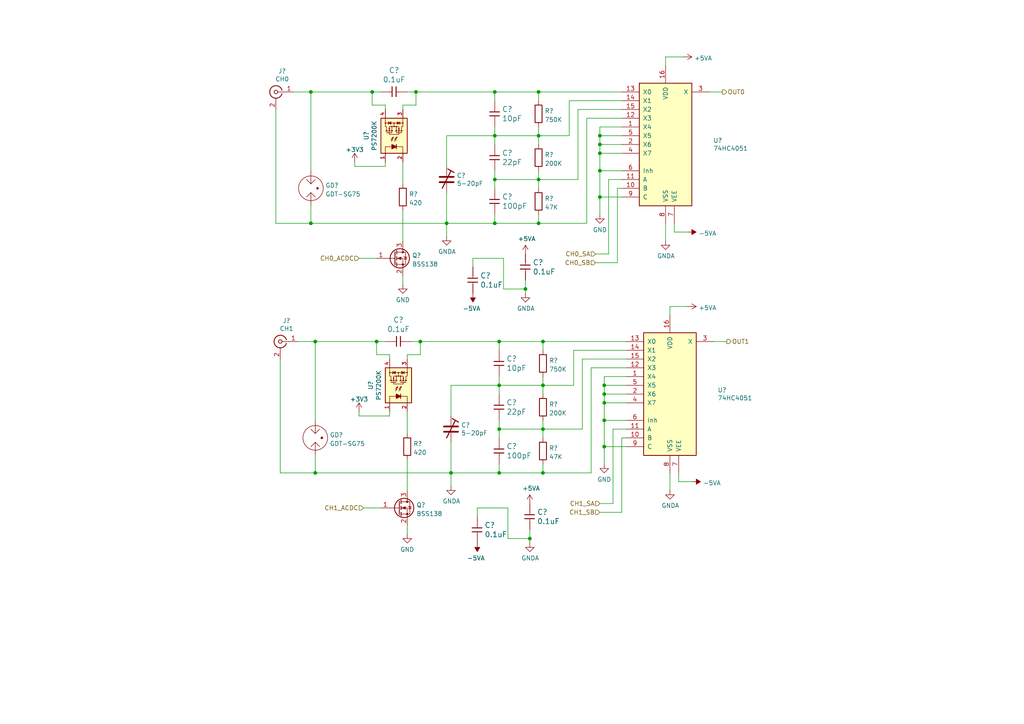
<source format=kicad_sch>
(kicad_sch (version 20211123) (generator eeschema)

  (uuid 2410cb12-10cd-45ed-a4e0-13df7fd75755)

  (paper "A4")

  (lib_symbols
    (symbol "4xxx:4051" (pin_names (offset 1.016)) (in_bom yes) (on_board yes)
      (property "Reference" "U" (id 0) (at -7.62 19.05 0)
        (effects (font (size 1.27 1.27)))
      )
      (property "Value" "4051" (id 1) (at -7.62 -19.05 0)
        (effects (font (size 1.27 1.27)))
      )
      (property "Footprint" "" (id 2) (at 0 0 0)
        (effects (font (size 1.27 1.27)) hide)
      )
      (property "Datasheet" "http://www.intersil.com/content/dam/Intersil/documents/cd40/cd4051bms-52bms-53bms.pdf" (id 3) (at 0 0 0)
        (effects (font (size 1.27 1.27)) hide)
      )
      (property "ki_locked" "" (id 4) (at 0 0 0)
        (effects (font (size 1.27 1.27)))
      )
      (property "ki_keywords" "CMOS MUX MUX8" (id 5) (at 0 0 0)
        (effects (font (size 1.27 1.27)) hide)
      )
      (property "ki_description" "Analog Multiplexer 8 to 1 lins" (id 6) (at 0 0 0)
        (effects (font (size 1.27 1.27)) hide)
      )
      (property "ki_fp_filters" "DIP?16*" (id 7) (at 0 0 0)
        (effects (font (size 1.27 1.27)) hide)
      )
      (symbol "4051_1_0"
        (pin passive line (at -12.7 5.08 0) (length 5.08)
          (name "X4" (effects (font (size 1.27 1.27))))
          (number "1" (effects (font (size 1.27 1.27))))
        )
        (pin input line (at -12.7 -12.7 0) (length 5.08)
          (name "B" (effects (font (size 1.27 1.27))))
          (number "10" (effects (font (size 1.27 1.27))))
        )
        (pin input line (at -12.7 -10.16 0) (length 5.08)
          (name "A" (effects (font (size 1.27 1.27))))
          (number "11" (effects (font (size 1.27 1.27))))
        )
        (pin passive line (at -12.7 7.62 0) (length 5.08)
          (name "X3" (effects (font (size 1.27 1.27))))
          (number "12" (effects (font (size 1.27 1.27))))
        )
        (pin passive line (at -12.7 15.24 0) (length 5.08)
          (name "X0" (effects (font (size 1.27 1.27))))
          (number "13" (effects (font (size 1.27 1.27))))
        )
        (pin passive line (at -12.7 12.7 0) (length 5.08)
          (name "X1" (effects (font (size 1.27 1.27))))
          (number "14" (effects (font (size 1.27 1.27))))
        )
        (pin passive line (at -12.7 10.16 0) (length 5.08)
          (name "X2" (effects (font (size 1.27 1.27))))
          (number "15" (effects (font (size 1.27 1.27))))
        )
        (pin power_in line (at 0 22.86 270) (length 5.08)
          (name "VDD" (effects (font (size 1.27 1.27))))
          (number "16" (effects (font (size 1.27 1.27))))
        )
        (pin passive line (at -12.7 0 0) (length 5.08)
          (name "X6" (effects (font (size 1.27 1.27))))
          (number "2" (effects (font (size 1.27 1.27))))
        )
        (pin passive line (at 12.7 15.24 180) (length 5.08)
          (name "X" (effects (font (size 1.27 1.27))))
          (number "3" (effects (font (size 1.27 1.27))))
        )
        (pin passive line (at -12.7 -2.54 0) (length 5.08)
          (name "X7" (effects (font (size 1.27 1.27))))
          (number "4" (effects (font (size 1.27 1.27))))
        )
        (pin passive line (at -12.7 2.54 0) (length 5.08)
          (name "X5" (effects (font (size 1.27 1.27))))
          (number "5" (effects (font (size 1.27 1.27))))
        )
        (pin input line (at -12.7 -7.62 0) (length 5.08)
          (name "Inh" (effects (font (size 1.27 1.27))))
          (number "6" (effects (font (size 1.27 1.27))))
        )
        (pin power_in line (at 2.54 -22.86 90) (length 5.08)
          (name "VEE" (effects (font (size 1.27 1.27))))
          (number "7" (effects (font (size 1.27 1.27))))
        )
        (pin power_in line (at 0 -22.86 90) (length 5.08)
          (name "VSS" (effects (font (size 1.27 1.27))))
          (number "8" (effects (font (size 1.27 1.27))))
        )
        (pin input line (at -12.7 -15.24 0) (length 5.08)
          (name "C" (effects (font (size 1.27 1.27))))
          (number "9" (effects (font (size 1.27 1.27))))
        )
      )
      (symbol "4051_1_1"
        (rectangle (start -7.62 17.78) (end 7.62 -17.78)
          (stroke (width 0.254) (type default) (color 0 0 0 0))
          (fill (type background))
        )
      )
    )
    (symbol "Akizuki:R" (pin_numbers hide) (pin_names (offset 0)) (in_bom yes) (on_board yes)
      (property "Reference" "R" (id 0) (at 0 2.54 0)
        (effects (font (size 1.27 1.27)))
      )
      (property "Value" "R" (id 1) (at 0 -2.54 0)
        (effects (font (size 1.27 1.27)))
      )
      (property "Footprint" "" (id 2) (at 0 -1.778 0)
        (effects (font (size 1.27 1.27)) hide)
      )
      (property "Datasheet" "" (id 3) (at 0 0 90)
        (effects (font (size 1.27 1.27)) hide)
      )
      (property "ki_keywords" "R DEV" (id 4) (at 0 0 0)
        (effects (font (size 1.27 1.27)) hide)
      )
      (property "ki_description" "Resistor" (id 5) (at 0 0 0)
        (effects (font (size 1.27 1.27)) hide)
      )
      (property "ki_fp_filters" "R_* Resistor_*" (id 6) (at 0 0 0)
        (effects (font (size 1.27 1.27)) hide)
      )
      (symbol "R_0_1"
        (rectangle (start 2.54 -1.016) (end -2.54 1.016)
          (stroke (width 0.254) (type default) (color 0 0 0 0))
          (fill (type none))
        )
      )
      (symbol "R_1_1"
        (pin passive line (at -3.81 0 0) (length 1.27)
          (name "~" (effects (font (size 1.27 1.27))))
          (number "1" (effects (font (size 1.27 1.27))))
        )
        (pin passive line (at 3.81 0 180) (length 1.27)
          (name "~" (effects (font (size 1.27 1.27))))
          (number "2" (effects (font (size 1.27 1.27))))
        )
      )
    )
    (symbol "Connector:Conn_Coaxial" (pin_names (offset 1.016) hide) (in_bom yes) (on_board yes)
      (property "Reference" "J" (id 0) (at 0.254 3.048 0)
        (effects (font (size 1.27 1.27)))
      )
      (property "Value" "Conn_Coaxial" (id 1) (at 2.921 0 90)
        (effects (font (size 1.27 1.27)))
      )
      (property "Footprint" "" (id 2) (at 0 0 0)
        (effects (font (size 1.27 1.27)) hide)
      )
      (property "Datasheet" " ~" (id 3) (at 0 0 0)
        (effects (font (size 1.27 1.27)) hide)
      )
      (property "ki_keywords" "BNC SMA SMB SMC LEMO coaxial connector CINCH RCA" (id 4) (at 0 0 0)
        (effects (font (size 1.27 1.27)) hide)
      )
      (property "ki_description" "coaxial connector (BNC, SMA, SMB, SMC, Cinch/RCA, LEMO, ...)" (id 5) (at 0 0 0)
        (effects (font (size 1.27 1.27)) hide)
      )
      (property "ki_fp_filters" "*BNC* *SMA* *SMB* *SMC* *Cinch* *LEMO*" (id 6) (at 0 0 0)
        (effects (font (size 1.27 1.27)) hide)
      )
      (symbol "Conn_Coaxial_0_1"
        (arc (start -1.778 -0.508) (mid 0.222 -1.808) (end 1.778 0)
          (stroke (width 0.254) (type default) (color 0 0 0 0))
          (fill (type none))
        )
        (polyline
          (pts
            (xy -2.54 0)
            (xy -0.508 0)
          )
          (stroke (width 0) (type default) (color 0 0 0 0))
          (fill (type none))
        )
        (polyline
          (pts
            (xy 0 -2.54)
            (xy 0 -1.778)
          )
          (stroke (width 0) (type default) (color 0 0 0 0))
          (fill (type none))
        )
        (circle (center 0 0) (radius 0.508)
          (stroke (width 0.2032) (type default) (color 0 0 0 0))
          (fill (type none))
        )
        (arc (start 1.778 0) (mid 0.222 1.8083) (end -1.778 0.508)
          (stroke (width 0.254) (type default) (color 0 0 0 0))
          (fill (type none))
        )
      )
      (symbol "Conn_Coaxial_1_1"
        (pin passive line (at -5.08 0 0) (length 2.54)
          (name "In" (effects (font (size 1.27 1.27))))
          (number "1" (effects (font (size 1.27 1.27))))
        )
        (pin passive line (at 0 -5.08 90) (length 2.54)
          (name "Ext" (effects (font (size 1.27 1.27))))
          (number "2" (effects (font (size 1.27 1.27))))
        )
      )
    )
    (symbol "Device:CTRIM" (pin_numbers hide) (pin_names (offset 0.254) hide) (in_bom yes) (on_board yes)
      (property "Reference" "C" (id 0) (at 1.524 -2.032 0)
        (effects (font (size 1.27 1.27)))
      )
      (property "Value" "Device_CTRIM" (id 1) (at 3.048 -3.556 0)
        (effects (font (size 1.27 1.27)))
      )
      (property "Footprint" "" (id 2) (at 0 0 0)
        (effects (font (size 1.27 1.27)) hide)
      )
      (property "Datasheet" "" (id 3) (at 0 0 0)
        (effects (font (size 1.27 1.27)) hide)
      )
      (symbol "CTRIM_0_1"
        (polyline
          (pts
            (xy -2.032 -0.762)
            (xy 2.032 -0.762)
          )
          (stroke (width 0.508) (type default) (color 0 0 0 0))
          (fill (type none))
        )
        (polyline
          (pts
            (xy -2.032 0.762)
            (xy 2.032 0.762)
          )
          (stroke (width 0.508) (type default) (color 0 0 0 0))
          (fill (type none))
        )
        (polyline
          (pts
            (xy 1.27 2.54)
            (xy -1.27 -2.54)
          )
          (stroke (width 0.3048) (type default) (color 0 0 0 0))
          (fill (type none))
        )
        (polyline
          (pts
            (xy 1.27 2.54)
            (xy 0.381 3.048)
          )
          (stroke (width 0.3048) (type default) (color 0 0 0 0))
          (fill (type none))
        )
        (polyline
          (pts
            (xy 1.27 2.54)
            (xy 2.159 2.032)
          )
          (stroke (width 0.3048) (type default) (color 0 0 0 0))
          (fill (type none))
        )
      )
      (symbol "CTRIM_1_1"
        (pin passive line (at 0 3.81 270) (length 3.048)
          (name "~" (effects (font (size 1.27 1.27))))
          (number "1" (effects (font (size 1.27 1.27))))
        )
        (pin passive line (at 0 -3.81 90) (length 3.048)
          (name "~" (effects (font (size 1.27 1.27))))
          (number "2" (effects (font (size 1.27 1.27))))
        )
      )
    )
    (symbol "Device:GDT_2Pin" (pin_numbers hide) (in_bom yes) (on_board yes)
      (property "Reference" "GD" (id 0) (at 5.08 0 90)
        (effects (font (size 1.27 1.27)))
      )
      (property "Value" "GDT_2Pin" (id 1) (at 7.62 0 90)
        (effects (font (size 1.27 1.27)))
      )
      (property "Footprint" "" (id 2) (at 0 0 90)
        (effects (font (size 1.27 1.27)) hide)
      )
      (property "Datasheet" "~" (id 3) (at 0 0 90)
        (effects (font (size 1.27 1.27)) hide)
      )
      (property "ki_keywords" "gdt" (id 4) (at 0 0 0)
        (effects (font (size 1.27 1.27)) hide)
      )
      (property "ki_description" "Gas Discharge Tube with 2 Pins" (id 5) (at 0 0 0)
        (effects (font (size 1.27 1.27)) hide)
      )
      (symbol "GDT_2Pin_0_1"
        (polyline
          (pts
            (xy 0 -2.54)
            (xy 0 -1.27)
          )
          (stroke (width 0) (type default) (color 0 0 0 0))
          (fill (type none))
        )
        (polyline
          (pts
            (xy 0 -1.27)
            (xy -1.27 -2.54)
          )
          (stroke (width 0) (type default) (color 0 0 0 0))
          (fill (type none))
        )
        (polyline
          (pts
            (xy 0 -1.27)
            (xy 1.27 -2.54)
          )
          (stroke (width 0) (type default) (color 0 0 0 0))
          (fill (type none))
        )
        (polyline
          (pts
            (xy 0 1.27)
            (xy -1.27 2.54)
          )
          (stroke (width 0) (type default) (color 0 0 0 0))
          (fill (type none))
        )
        (polyline
          (pts
            (xy 0 1.27)
            (xy 1.27 2.54)
          )
          (stroke (width 0) (type default) (color 0 0 0 0))
          (fill (type none))
        )
        (polyline
          (pts
            (xy 0 2.54)
            (xy 0 1.27)
          )
          (stroke (width 0) (type default) (color 0 0 0 0))
          (fill (type none))
        )
        (circle (center 0 0) (radius 3.5814)
          (stroke (width 0) (type default) (color 0 0 0 0))
          (fill (type none))
        )
        (circle (center 1.905 0) (radius 0.127)
          (stroke (width 0) (type default) (color 0 0 0 0))
          (fill (type none))
        )
        (circle (center 1.905 0) (radius 0.127)
          (stroke (width 0) (type default) (color 0 0 0 0))
          (fill (type none))
        )
        (circle (center 1.905 0) (radius 0.2794)
          (stroke (width 0) (type default) (color 0 0 0 0))
          (fill (type none))
        )
        (circle (center 2.032 0) (radius 0.127)
          (stroke (width 0) (type default) (color 0 0 0 0))
          (fill (type none))
        )
      )
      (symbol "GDT_2Pin_1_1"
        (pin passive line (at 0 -5.08 90) (length 2.54)
          (name "~" (effects (font (size 1.27 1.27))))
          (number "1" (effects (font (size 1.27 1.27))))
        )
        (pin passive line (at 0 5.08 270) (length 2.54)
          (name "~" (effects (font (size 1.27 1.27))))
          (number "3" (effects (font (size 1.27 1.27))))
        )
      )
    )
    (symbol "Transistor_FET:BSS138" (pin_names hide) (in_bom yes) (on_board yes)
      (property "Reference" "Q" (id 0) (at 5.08 1.905 0)
        (effects (font (size 1.27 1.27)) (justify left))
      )
      (property "Value" "BSS138" (id 1) (at 5.08 0 0)
        (effects (font (size 1.27 1.27)) (justify left))
      )
      (property "Footprint" "Package_TO_SOT_SMD:SOT-23" (id 2) (at 5.08 -1.905 0)
        (effects (font (size 1.27 1.27) italic) (justify left) hide)
      )
      (property "Datasheet" "https://www.onsemi.com/pub/Collateral/BSS138-D.PDF" (id 3) (at 0 0 0)
        (effects (font (size 1.27 1.27)) (justify left) hide)
      )
      (property "ki_keywords" "N-Channel MOSFET" (id 4) (at 0 0 0)
        (effects (font (size 1.27 1.27)) hide)
      )
      (property "ki_description" "50V Vds, 0.22A Id, N-Channel MOSFET, SOT-23" (id 5) (at 0 0 0)
        (effects (font (size 1.27 1.27)) hide)
      )
      (property "ki_fp_filters" "SOT?23*" (id 6) (at 0 0 0)
        (effects (font (size 1.27 1.27)) hide)
      )
      (symbol "BSS138_0_1"
        (polyline
          (pts
            (xy 0.254 0)
            (xy -2.54 0)
          )
          (stroke (width 0) (type default) (color 0 0 0 0))
          (fill (type none))
        )
        (polyline
          (pts
            (xy 0.254 1.905)
            (xy 0.254 -1.905)
          )
          (stroke (width 0.254) (type default) (color 0 0 0 0))
          (fill (type none))
        )
        (polyline
          (pts
            (xy 0.762 -1.27)
            (xy 0.762 -2.286)
          )
          (stroke (width 0.254) (type default) (color 0 0 0 0))
          (fill (type none))
        )
        (polyline
          (pts
            (xy 0.762 0.508)
            (xy 0.762 -0.508)
          )
          (stroke (width 0.254) (type default) (color 0 0 0 0))
          (fill (type none))
        )
        (polyline
          (pts
            (xy 0.762 2.286)
            (xy 0.762 1.27)
          )
          (stroke (width 0.254) (type default) (color 0 0 0 0))
          (fill (type none))
        )
        (polyline
          (pts
            (xy 2.54 2.54)
            (xy 2.54 1.778)
          )
          (stroke (width 0) (type default) (color 0 0 0 0))
          (fill (type none))
        )
        (polyline
          (pts
            (xy 2.54 -2.54)
            (xy 2.54 0)
            (xy 0.762 0)
          )
          (stroke (width 0) (type default) (color 0 0 0 0))
          (fill (type none))
        )
        (polyline
          (pts
            (xy 0.762 -1.778)
            (xy 3.302 -1.778)
            (xy 3.302 1.778)
            (xy 0.762 1.778)
          )
          (stroke (width 0) (type default) (color 0 0 0 0))
          (fill (type none))
        )
        (polyline
          (pts
            (xy 1.016 0)
            (xy 2.032 0.381)
            (xy 2.032 -0.381)
            (xy 1.016 0)
          )
          (stroke (width 0) (type default) (color 0 0 0 0))
          (fill (type outline))
        )
        (polyline
          (pts
            (xy 2.794 0.508)
            (xy 2.921 0.381)
            (xy 3.683 0.381)
            (xy 3.81 0.254)
          )
          (stroke (width 0) (type default) (color 0 0 0 0))
          (fill (type none))
        )
        (polyline
          (pts
            (xy 3.302 0.381)
            (xy 2.921 -0.254)
            (xy 3.683 -0.254)
            (xy 3.302 0.381)
          )
          (stroke (width 0) (type default) (color 0 0 0 0))
          (fill (type none))
        )
        (circle (center 1.651 0) (radius 2.794)
          (stroke (width 0.254) (type default) (color 0 0 0 0))
          (fill (type none))
        )
        (circle (center 2.54 -1.778) (radius 0.254)
          (stroke (width 0) (type default) (color 0 0 0 0))
          (fill (type outline))
        )
        (circle (center 2.54 1.778) (radius 0.254)
          (stroke (width 0) (type default) (color 0 0 0 0))
          (fill (type outline))
        )
      )
      (symbol "BSS138_1_1"
        (pin input line (at -5.08 0 0) (length 2.54)
          (name "G" (effects (font (size 1.27 1.27))))
          (number "1" (effects (font (size 1.27 1.27))))
        )
        (pin passive line (at 2.54 -5.08 90) (length 2.54)
          (name "S" (effects (font (size 1.27 1.27))))
          (number "2" (effects (font (size 1.27 1.27))))
        )
        (pin passive line (at 2.54 5.08 270) (length 2.54)
          (name "D" (effects (font (size 1.27 1.27))))
          (number "3" (effects (font (size 1.27 1.27))))
        )
      )
    )
    (symbol "akizuki:C" (pin_numbers hide) (pin_names (offset 1.016) hide) (in_bom yes) (on_board yes)
      (property "Reference" "C" (id 0) (at 2.54 2.54 0)
        (effects (font (size 1.524 1.524)))
      )
      (property "Value" "akizuki_C" (id 1) (at -2.54 -2.54 0)
        (effects (font (size 1.524 1.524)))
      )
      (property "Footprint" "" (id 2) (at 0 0 90)
        (effects (font (size 1.524 1.524)))
      )
      (property "Datasheet" "" (id 3) (at 0 0 90)
        (effects (font (size 1.524 1.524)))
      )
      (property "ki_fp_filters" "RAD-0.2 1608" (id 4) (at 0 0 0)
        (effects (font (size 1.27 1.27)) hide)
      )
      (symbol "C_0_1"
        (rectangle (start -1.524 -0.508) (end 1.397 -0.635)
          (stroke (width 0) (type default) (color 0 0 0 0))
          (fill (type none))
        )
        (rectangle (start -1.524 0.635) (end 1.397 0.508)
          (stroke (width 0) (type default) (color 0 0 0 0))
          (fill (type none))
        )
        (rectangle (start 0 -0.635) (end 0 -1.27)
          (stroke (width 0) (type default) (color 0 0 0 0))
          (fill (type none))
        )
        (rectangle (start 0 1.27) (end 0 0.635)
          (stroke (width 0) (type default) (color 0 0 0 0))
          (fill (type none))
        )
      )
      (symbol "C_1_1"
        (pin passive line (at 0 -3.81 90) (length 2.54)
          (name "~" (effects (font (size 1.27 1.27))))
          (number "1" (effects (font (size 1.27 1.27))))
        )
        (pin passive line (at 0 3.81 270) (length 2.54)
          (name "~" (effects (font (size 1.27 1.27))))
          (number "2" (effects (font (size 1.27 1.27))))
        )
      )
    )
    (symbol "akizuki:PS7200K" (pin_names (offset 1.016)) (in_bom yes) (on_board yes)
      (property "Reference" "U" (id 0) (at 0 5.08 0)
        (effects (font (size 1.27 1.27)))
      )
      (property "Value" "akizuki_PS7200K" (id 1) (at -1.27 -5.08 0)
        (effects (font (size 1.27 1.27)))
      )
      (property "Footprint" "" (id 2) (at 0 5.08 0)
        (effects (font (size 1.27 1.27)) hide)
      )
      (property "Datasheet" "" (id 3) (at 0 5.08 0)
        (effects (font (size 1.27 1.27)) hide)
      )
      (symbol "PS7200K_1_1"
        (rectangle (start -5.08 3.81) (end 5.08 -3.81)
          (stroke (width 0.254) (type default) (color 0 0 0 0))
          (fill (type background))
        )
        (polyline
          (pts
            (xy -3.81 -0.635)
            (xy -2.54 -0.635)
          )
          (stroke (width 0.254) (type default) (color 0 0 0 0))
          (fill (type none))
        )
        (polyline
          (pts
            (xy 0.889 -0.635)
            (xy 0.889 -2.159)
          )
          (stroke (width 0.2032) (type default) (color 0 0 0 0))
          (fill (type none))
        )
        (polyline
          (pts
            (xy 0.889 2.159)
            (xy 0.889 0.635)
          )
          (stroke (width 0.2032) (type default) (color 0 0 0 0))
          (fill (type none))
        )
        (polyline
          (pts
            (xy 1.397 -0.508)
            (xy 1.397 -0.762)
          )
          (stroke (width 0.3556) (type default) (color 0 0 0 0))
          (fill (type none))
        )
        (polyline
          (pts
            (xy 2.667 0)
            (xy 3.683 0)
          )
          (stroke (width 0) (type default) (color 0 0 0 0))
          (fill (type none))
        )
        (polyline
          (pts
            (xy 3.302 -1.651)
            (xy 4.064 -1.651)
          )
          (stroke (width 0.2032) (type default) (color 0 0 0 0))
          (fill (type none))
        )
        (polyline
          (pts
            (xy 3.302 1.651)
            (xy 4.064 1.651)
          )
          (stroke (width 0.2032) (type default) (color 0 0 0 0))
          (fill (type none))
        )
        (polyline
          (pts
            (xy 3.683 0)
            (xy 3.683 -2.54)
          )
          (stroke (width 0) (type default) (color 0 0 0 0))
          (fill (type none))
        )
        (polyline
          (pts
            (xy 3.683 0)
            (xy 3.683 2.54)
          )
          (stroke (width 0) (type default) (color 0 0 0 0))
          (fill (type none))
        )
        (polyline
          (pts
            (xy -5.08 2.54)
            (xy -3.175 2.54)
            (xy -3.175 0.635)
          )
          (stroke (width 0) (type default) (color 0 0 0 0))
          (fill (type none))
        )
        (polyline
          (pts
            (xy -3.175 -0.635)
            (xy -3.175 -2.54)
            (xy -5.08 -2.54)
          )
          (stroke (width 0) (type default) (color 0 0 0 0))
          (fill (type none))
        )
        (polyline
          (pts
            (xy 1.397 -2.032)
            (xy 1.397 -2.286)
            (xy 1.397 -2.286)
          )
          (stroke (width 0.3556) (type default) (color 0 0 0 0))
          (fill (type none))
        )
        (polyline
          (pts
            (xy 1.397 -1.27)
            (xy 1.397 -1.524)
            (xy 1.397 -1.524)
          )
          (stroke (width 0.3556) (type default) (color 0 0 0 0))
          (fill (type none))
        )
        (polyline
          (pts
            (xy 1.397 0.762)
            (xy 1.397 0.508)
            (xy 1.397 0.508)
          )
          (stroke (width 0.3556) (type default) (color 0 0 0 0))
          (fill (type none))
        )
        (polyline
          (pts
            (xy 1.397 1.524)
            (xy 1.397 1.27)
            (xy 1.397 1.27)
          )
          (stroke (width 0.3556) (type default) (color 0 0 0 0))
          (fill (type none))
        )
        (polyline
          (pts
            (xy 1.397 2.286)
            (xy 1.397 2.032)
            (xy 1.397 2.032)
          )
          (stroke (width 0.3556) (type default) (color 0 0 0 0))
          (fill (type none))
        )
        (polyline
          (pts
            (xy 1.524 -1.397)
            (xy 2.667 -1.397)
            (xy 2.667 -0.635)
          )
          (stroke (width 0) (type default) (color 0 0 0 0))
          (fill (type none))
        )
        (polyline
          (pts
            (xy 1.524 1.397)
            (xy 2.667 1.397)
            (xy 2.667 0.635)
          )
          (stroke (width 0) (type default) (color 0 0 0 0))
          (fill (type none))
        )
        (polyline
          (pts
            (xy -3.175 -0.635)
            (xy -3.81 0.635)
            (xy -2.54 0.635)
            (xy -3.175 -0.635)
          )
          (stroke (width 0.254) (type default) (color 0 0 0 0))
          (fill (type outline))
        )
        (polyline
          (pts
            (xy -1.651 -0.127)
            (xy -1.1176 -0.635)
            (xy -1.1176 -0.127)
            (xy -0.3556 -0.889)
          )
          (stroke (width 0) (type default) (color 0 0 0 0))
          (fill (type none))
        )
        (polyline
          (pts
            (xy -0.3556 -0.889)
            (xy -0.8636 -0.635)
            (xy -0.6096 -0.381)
            (xy -0.3556 -0.889)
          )
          (stroke (width 0) (type default) (color 0 0 0 0))
          (fill (type none))
        )
        (polyline
          (pts
            (xy 0.889 -1.397)
            (xy 0.381 -1.397)
            (xy 0.381 1.397)
            (xy 0.889 1.397)
          )
          (stroke (width 0) (type default) (color 0 0 0 0))
          (fill (type none))
        )
        (polyline
          (pts
            (xy 1.524 -2.159)
            (xy 2.667 -2.159)
            (xy 2.667 -2.54)
            (xy 4.953 -2.54)
          )
          (stroke (width 0) (type default) (color 0 0 0 0))
          (fill (type none))
        )
        (polyline
          (pts
            (xy 1.524 -0.635)
            (xy 2.667 -0.635)
            (xy 2.667 0.635)
            (xy 1.524 0.635)
          )
          (stroke (width 0) (type default) (color 0 0 0 0))
          (fill (type none))
        )
        (polyline
          (pts
            (xy 1.524 2.159)
            (xy 2.667 2.159)
            (xy 2.667 2.54)
            (xy 4.953 2.54)
          )
          (stroke (width 0) (type default) (color 0 0 0 0))
          (fill (type none))
        )
        (polyline
          (pts
            (xy 1.651 -1.397)
            (xy 2.159 -1.27)
            (xy 2.159 -1.524)
            (xy 1.651 -1.397)
          )
          (stroke (width 0) (type default) (color 0 0 0 0))
          (fill (type none))
        )
        (polyline
          (pts
            (xy 1.651 1.397)
            (xy 2.159 1.524)
            (xy 2.159 1.27)
            (xy 1.651 1.397)
          )
          (stroke (width 0) (type default) (color 0 0 0 0))
          (fill (type none))
        )
        (polyline
          (pts
            (xy 3.683 -1.651)
            (xy 3.302 -0.889)
            (xy 4.064 -0.889)
            (xy 3.683 -1.651)
          )
          (stroke (width 0) (type default) (color 0 0 0 0))
          (fill (type outline))
        )
        (polyline
          (pts
            (xy 3.683 1.651)
            (xy 3.302 0.889)
            (xy 4.064 0.889)
            (xy 3.683 1.651)
          )
          (stroke (width 0) (type default) (color 0 0 0 0))
          (fill (type outline))
        )
        (polyline
          (pts
            (xy -1.651 0.889)
            (xy -1.1176 0.381)
            (xy -1.1176 0.889)
            (xy -0.3556 0.127)
            (xy -0.8636 0.381)
            (xy -0.6096 0.635)
            (xy -0.3556 0.127)
          )
          (stroke (width 0) (type default) (color 0 0 0 0))
          (fill (type none))
        )
        (circle (center 2.667 -0.635) (radius 0.127)
          (stroke (width 0) (type default) (color 0 0 0 0))
          (fill (type none))
        )
        (circle (center 2.667 0) (radius 0.127)
          (stroke (width 0) (type default) (color 0 0 0 0))
          (fill (type none))
        )
        (circle (center 2.667 0.635) (radius 0.127)
          (stroke (width 0) (type default) (color 0 0 0 0))
          (fill (type none))
        )
        (circle (center 3.683 -2.54) (radius 0.127)
          (stroke (width 0) (type default) (color 0 0 0 0))
          (fill (type none))
        )
        (circle (center 3.683 0) (radius 0.127)
          (stroke (width 0) (type default) (color 0 0 0 0))
          (fill (type none))
        )
        (circle (center 3.683 2.54) (radius 0.127)
          (stroke (width 0) (type default) (color 0 0 0 0))
          (fill (type none))
        )
        (pin passive line (at -7.62 2.54 0) (length 2.54)
          (name "~" (effects (font (size 1.016 1.016))))
          (number "1" (effects (font (size 1.016 1.016))))
        )
        (pin passive line (at -7.62 -2.54 0) (length 2.54)
          (name "~" (effects (font (size 1.016 1.016))))
          (number "2" (effects (font (size 1.016 1.016))))
        )
        (pin passive line (at 7.62 -2.54 180) (length 2.54)
          (name "~" (effects (font (size 1.016 1.016))))
          (number "3" (effects (font (size 1.016 1.016))))
        )
        (pin passive line (at 7.62 2.54 180) (length 2.54)
          (name "~" (effects (font (size 1.016 1.016))))
          (number "4" (effects (font (size 1.016 1.016))))
        )
      )
    )
    (symbol "power:+3.3V" (power) (pin_names (offset 0)) (in_bom yes) (on_board yes)
      (property "Reference" "#PWR" (id 0) (at 0 -3.81 0)
        (effects (font (size 1.27 1.27)) hide)
      )
      (property "Value" "+3.3V" (id 1) (at 0 3.556 0)
        (effects (font (size 1.27 1.27)))
      )
      (property "Footprint" "" (id 2) (at 0 0 0)
        (effects (font (size 1.27 1.27)) hide)
      )
      (property "Datasheet" "" (id 3) (at 0 0 0)
        (effects (font (size 1.27 1.27)) hide)
      )
      (property "ki_keywords" "power-flag" (id 4) (at 0 0 0)
        (effects (font (size 1.27 1.27)) hide)
      )
      (property "ki_description" "Power symbol creates a global label with name \"+3.3V\"" (id 5) (at 0 0 0)
        (effects (font (size 1.27 1.27)) hide)
      )
      (symbol "+3.3V_0_1"
        (polyline
          (pts
            (xy -0.762 1.27)
            (xy 0 2.54)
          )
          (stroke (width 0) (type default) (color 0 0 0 0))
          (fill (type none))
        )
        (polyline
          (pts
            (xy 0 0)
            (xy 0 2.54)
          )
          (stroke (width 0) (type default) (color 0 0 0 0))
          (fill (type none))
        )
        (polyline
          (pts
            (xy 0 2.54)
            (xy 0.762 1.27)
          )
          (stroke (width 0) (type default) (color 0 0 0 0))
          (fill (type none))
        )
      )
      (symbol "+3.3V_1_1"
        (pin power_in line (at 0 0 90) (length 0) hide
          (name "+3V3" (effects (font (size 1.27 1.27))))
          (number "1" (effects (font (size 1.27 1.27))))
        )
      )
    )
    (symbol "power:+5VA" (power) (pin_names (offset 0)) (in_bom yes) (on_board yes)
      (property "Reference" "#PWR" (id 0) (at 0 -3.81 0)
        (effects (font (size 1.27 1.27)) hide)
      )
      (property "Value" "+5VA" (id 1) (at 0 3.556 0)
        (effects (font (size 1.27 1.27)))
      )
      (property "Footprint" "" (id 2) (at 0 0 0)
        (effects (font (size 1.27 1.27)) hide)
      )
      (property "Datasheet" "" (id 3) (at 0 0 0)
        (effects (font (size 1.27 1.27)) hide)
      )
      (property "ki_keywords" "power-flag" (id 4) (at 0 0 0)
        (effects (font (size 1.27 1.27)) hide)
      )
      (property "ki_description" "Power symbol creates a global label with name \"+5VA\"" (id 5) (at 0 0 0)
        (effects (font (size 1.27 1.27)) hide)
      )
      (symbol "+5VA_0_1"
        (polyline
          (pts
            (xy -0.762 1.27)
            (xy 0 2.54)
          )
          (stroke (width 0) (type default) (color 0 0 0 0))
          (fill (type none))
        )
        (polyline
          (pts
            (xy 0 0)
            (xy 0 2.54)
          )
          (stroke (width 0) (type default) (color 0 0 0 0))
          (fill (type none))
        )
        (polyline
          (pts
            (xy 0 2.54)
            (xy 0.762 1.27)
          )
          (stroke (width 0) (type default) (color 0 0 0 0))
          (fill (type none))
        )
      )
      (symbol "+5VA_1_1"
        (pin power_in line (at 0 0 90) (length 0) hide
          (name "+5VA" (effects (font (size 1.27 1.27))))
          (number "1" (effects (font (size 1.27 1.27))))
        )
      )
    )
    (symbol "power:-5VA" (power) (pin_names (offset 0)) (in_bom yes) (on_board yes)
      (property "Reference" "#PWR" (id 0) (at 0 2.54 0)
        (effects (font (size 1.27 1.27)) hide)
      )
      (property "Value" "-5VA" (id 1) (at 0 3.81 0)
        (effects (font (size 1.27 1.27)))
      )
      (property "Footprint" "" (id 2) (at 0 0 0)
        (effects (font (size 1.27 1.27)) hide)
      )
      (property "Datasheet" "" (id 3) (at 0 0 0)
        (effects (font (size 1.27 1.27)) hide)
      )
      (property "ki_keywords" "power-flag" (id 4) (at 0 0 0)
        (effects (font (size 1.27 1.27)) hide)
      )
      (property "ki_description" "Power symbol creates a global label with name \"-5VA\"" (id 5) (at 0 0 0)
        (effects (font (size 1.27 1.27)) hide)
      )
      (symbol "-5VA_0_0"
        (pin power_in line (at 0 0 90) (length 0) hide
          (name "-5VA" (effects (font (size 1.27 1.27))))
          (number "1" (effects (font (size 1.27 1.27))))
        )
      )
      (symbol "-5VA_0_1"
        (polyline
          (pts
            (xy 0 0)
            (xy 0 1.27)
            (xy 0.762 1.27)
            (xy 0 2.54)
            (xy -0.762 1.27)
            (xy 0 1.27)
          )
          (stroke (width 0) (type default) (color 0 0 0 0))
          (fill (type outline))
        )
      )
    )
    (symbol "power:GND" (power) (pin_names (offset 0)) (in_bom yes) (on_board yes)
      (property "Reference" "#PWR" (id 0) (at 0 -6.35 0)
        (effects (font (size 1.27 1.27)) hide)
      )
      (property "Value" "GND" (id 1) (at 0 -3.81 0)
        (effects (font (size 1.27 1.27)))
      )
      (property "Footprint" "" (id 2) (at 0 0 0)
        (effects (font (size 1.27 1.27)) hide)
      )
      (property "Datasheet" "" (id 3) (at 0 0 0)
        (effects (font (size 1.27 1.27)) hide)
      )
      (property "ki_keywords" "power-flag" (id 4) (at 0 0 0)
        (effects (font (size 1.27 1.27)) hide)
      )
      (property "ki_description" "Power symbol creates a global label with name \"GND\" , ground" (id 5) (at 0 0 0)
        (effects (font (size 1.27 1.27)) hide)
      )
      (symbol "GND_0_1"
        (polyline
          (pts
            (xy 0 0)
            (xy 0 -1.27)
            (xy 1.27 -1.27)
            (xy 0 -2.54)
            (xy -1.27 -1.27)
            (xy 0 -1.27)
          )
          (stroke (width 0) (type default) (color 0 0 0 0))
          (fill (type none))
        )
      )
      (symbol "GND_1_1"
        (pin power_in line (at 0 0 270) (length 0) hide
          (name "GND" (effects (font (size 1.27 1.27))))
          (number "1" (effects (font (size 1.27 1.27))))
        )
      )
    )
    (symbol "power:GNDA" (power) (pin_names (offset 0)) (in_bom yes) (on_board yes)
      (property "Reference" "#PWR" (id 0) (at 0 -6.35 0)
        (effects (font (size 1.27 1.27)) hide)
      )
      (property "Value" "GNDA" (id 1) (at 0 -3.81 0)
        (effects (font (size 1.27 1.27)))
      )
      (property "Footprint" "" (id 2) (at 0 0 0)
        (effects (font (size 1.27 1.27)) hide)
      )
      (property "Datasheet" "" (id 3) (at 0 0 0)
        (effects (font (size 1.27 1.27)) hide)
      )
      (property "ki_keywords" "power-flag" (id 4) (at 0 0 0)
        (effects (font (size 1.27 1.27)) hide)
      )
      (property "ki_description" "Power symbol creates a global label with name \"GNDA\" , analog ground" (id 5) (at 0 0 0)
        (effects (font (size 1.27 1.27)) hide)
      )
      (symbol "GNDA_0_1"
        (polyline
          (pts
            (xy 0 0)
            (xy 0 -1.27)
            (xy 1.27 -1.27)
            (xy 0 -2.54)
            (xy -1.27 -1.27)
            (xy 0 -1.27)
          )
          (stroke (width 0) (type default) (color 0 0 0 0))
          (fill (type none))
        )
      )
      (symbol "GNDA_1_1"
        (pin power_in line (at 0 0 270) (length 0) hide
          (name "GNDA" (effects (font (size 1.27 1.27))))
          (number "1" (effects (font (size 1.27 1.27))))
        )
      )
    )
  )

  (junction (at 143.51 64.77) (diameter 0) (color 0 0 0 0)
    (uuid 013cd833-2cd3-485f-b2aa-27200e639e36)
  )
  (junction (at 173.99 39.37) (diameter 0) (color 0 0 0 0)
    (uuid 01d26472-bde3-426a-a4b4-5a2deba54e9f)
  )
  (junction (at 152.4 83.82) (diameter 0) (color 0 0 0 0)
    (uuid 03820e22-95d0-4dfe-8f7a-90835a952de7)
  )
  (junction (at 144.78 137.16) (diameter 0) (color 0 0 0 0)
    (uuid 04f0ef04-b553-4da9-9a3b-bd7ac19fea6c)
  )
  (junction (at 175.26 121.92) (diameter 0) (color 0 0 0 0)
    (uuid 0846d9db-a71d-466f-9d9b-d2fc856fb3fd)
  )
  (junction (at 175.26 129.54) (diameter 0) (color 0 0 0 0)
    (uuid 1760c8fe-f7e5-4443-941f-57138143a2b6)
  )
  (junction (at 156.21 26.67) (diameter 0) (color 0 0 0 0)
    (uuid 18478180-447d-452f-8e2f-8ad7864dabbc)
  )
  (junction (at 143.51 39.37) (diameter 0) (color 0 0 0 0)
    (uuid 1c870ee5-79ce-4141-839a-520ed084cdc9)
  )
  (junction (at 156.21 39.37) (diameter 0) (color 0 0 0 0)
    (uuid 1eecbfd9-c143-4cd3-8d00-7f6fe3b4bd19)
  )
  (junction (at 121.92 99.06) (diameter 0) (color 0 0 0 0)
    (uuid 2a288d8f-50ce-4a32-8cc6-946310dca86c)
  )
  (junction (at 144.78 111.76) (diameter 0) (color 0 0 0 0)
    (uuid 2ee972c8-b9fc-4efd-a646-b732a52187de)
  )
  (junction (at 90.17 64.77) (diameter 0) (color 0 0 0 0)
    (uuid 2fbd21a5-2410-4820-b893-b9402197c32b)
  )
  (junction (at 91.44 99.06) (diameter 0) (color 0 0 0 0)
    (uuid 33c67d8f-aae5-4976-b529-eed957a2e66e)
  )
  (junction (at 90.17 26.67) (diameter 0) (color 0 0 0 0)
    (uuid 5128ef6b-f522-4226-a2e5-b0b6e9c64083)
  )
  (junction (at 175.26 116.84) (diameter 0) (color 0 0 0 0)
    (uuid 59c6e859-c0aa-49ff-9c4e-60d7e89a9224)
  )
  (junction (at 143.51 52.07) (diameter 0) (color 0 0 0 0)
    (uuid 6ffb591f-ccc8-46d0-aa6e-c6d4bb858e87)
  )
  (junction (at 157.48 99.06) (diameter 0) (color 0 0 0 0)
    (uuid 741f8312-7bac-4634-9cf0-362bf9f085bc)
  )
  (junction (at 157.48 111.76) (diameter 0) (color 0 0 0 0)
    (uuid 74c12be0-f9a3-4b5a-a273-127a0b23550f)
  )
  (junction (at 173.99 49.53) (diameter 0) (color 0 0 0 0)
    (uuid 74d268c9-25be-4958-a09c-af7914daec91)
  )
  (junction (at 173.99 41.91) (diameter 0) (color 0 0 0 0)
    (uuid 7934eefc-758e-4e96-bd4a-7b00de26522a)
  )
  (junction (at 156.21 52.07) (diameter 0) (color 0 0 0 0)
    (uuid 807ad948-810f-402f-a06e-dd0b25fccd8c)
  )
  (junction (at 175.26 114.3) (diameter 0) (color 0 0 0 0)
    (uuid 831fe7f3-6e49-4545-b3d4-6f6f9c6fd397)
  )
  (junction (at 129.54 64.77) (diameter 0) (color 0 0 0 0)
    (uuid 84abe218-e119-4582-b6cd-1fc58dea345c)
  )
  (junction (at 109.22 99.06) (diameter 0) (color 0 0 0 0)
    (uuid 86024b7a-c62b-47ba-b3ac-6415c2779703)
  )
  (junction (at 157.48 124.46) (diameter 0) (color 0 0 0 0)
    (uuid 90528b9e-8667-4663-8d5e-9eb8f0d5e9be)
  )
  (junction (at 91.44 137.16) (diameter 0) (color 0 0 0 0)
    (uuid 95162cfe-b983-4068-9641-574274737d1c)
  )
  (junction (at 173.99 57.15) (diameter 0) (color 0 0 0 0)
    (uuid aa5f3d73-18df-45c0-a34c-a328326a2bbb)
  )
  (junction (at 144.78 99.06) (diameter 0) (color 0 0 0 0)
    (uuid bc0d7f43-c3f5-46c2-9943-3bece1f2fd0b)
  )
  (junction (at 156.21 64.77) (diameter 0) (color 0 0 0 0)
    (uuid bf88d3d1-7516-4904-93c3-302c3cbbbe08)
  )
  (junction (at 143.51 26.67) (diameter 0) (color 0 0 0 0)
    (uuid c8e27011-921a-4cc5-b343-6b67437e933b)
  )
  (junction (at 153.67 156.21) (diameter 0) (color 0 0 0 0)
    (uuid cdf6c723-fece-4bbc-9346-644b806073d3)
  )
  (junction (at 107.95 26.67) (diameter 0) (color 0 0 0 0)
    (uuid d3cb437a-e46b-4cef-8506-b800e234274a)
  )
  (junction (at 120.65 26.67) (diameter 0) (color 0 0 0 0)
    (uuid d42ae9ad-aba4-43e4-ae96-228087aa647a)
  )
  (junction (at 144.78 124.46) (diameter 0) (color 0 0 0 0)
    (uuid e0b5822e-1eaf-4f72-bfff-fa2f54addcc9)
  )
  (junction (at 130.81 137.16) (diameter 0) (color 0 0 0 0)
    (uuid e91a478c-a5d7-4907-8a4a-95b3d73516b4)
  )
  (junction (at 157.48 137.16) (diameter 0) (color 0 0 0 0)
    (uuid ecfad33c-8b1c-4e33-9263-c4b9624afd90)
  )
  (junction (at 173.99 44.45) (diameter 0) (color 0 0 0 0)
    (uuid f5c26a4c-f39f-4aad-a2cc-5e4236ce726d)
  )
  (junction (at 175.26 111.76) (diameter 0) (color 0 0 0 0)
    (uuid ffbfc18e-3e6a-4296-b014-2b13bc811f6c)
  )

  (wire (pts (xy 180.34 57.15) (xy 173.99 57.15))
    (stroke (width 0) (type default) (color 0 0 0 0))
    (uuid 0012e3e0-8c2a-4d97-8c69-44d3b0bc7f4d)
  )
  (wire (pts (xy 91.44 121.92) (xy 91.44 99.06))
    (stroke (width 0) (type default) (color 0 0 0 0))
    (uuid 026416f3-05ee-4fd2-9376-c3ef9b75a700)
  )
  (wire (pts (xy 194.31 137.16) (xy 194.31 142.24))
    (stroke (width 0) (type default) (color 0 0 0 0))
    (uuid 02c80ffa-2b57-4150-98f7-5e8f2570992c)
  )
  (wire (pts (xy 156.21 64.77) (xy 170.18 64.77))
    (stroke (width 0) (type default) (color 0 0 0 0))
    (uuid 042f3819-b790-4423-a182-2b0cba442bf4)
  )
  (wire (pts (xy 116.84 53.34) (xy 116.84 46.99))
    (stroke (width 0) (type default) (color 0 0 0 0))
    (uuid 04cbacc4-034d-43d9-9296-307546e8d859)
  )
  (wire (pts (xy 109.22 99.06) (xy 111.76 99.06))
    (stroke (width 0) (type default) (color 0 0 0 0))
    (uuid 05325c85-bb8c-4a5d-89ee-549517eba112)
  )
  (wire (pts (xy 167.64 52.07) (xy 156.21 52.07))
    (stroke (width 0) (type default) (color 0 0 0 0))
    (uuid 05bad93c-a4c6-4aea-ab6d-3dc93819cfca)
  )
  (wire (pts (xy 180.34 39.37) (xy 173.99 39.37))
    (stroke (width 0) (type default) (color 0 0 0 0))
    (uuid 0695cbed-915f-47fe-9d73-018cdd8ab0cc)
  )
  (wire (pts (xy 144.78 99.06) (xy 144.78 101.6))
    (stroke (width 0) (type default) (color 0 0 0 0))
    (uuid 07e32dff-092b-4985-abe3-fc246edf8c35)
  )
  (wire (pts (xy 180.34 49.53) (xy 173.99 49.53))
    (stroke (width 0) (type default) (color 0 0 0 0))
    (uuid 07eaf204-1b64-40e2-ac14-6483777f6f08)
  )
  (wire (pts (xy 111.76 48.26) (xy 111.76 46.99))
    (stroke (width 0) (type default) (color 0 0 0 0))
    (uuid 08290cc9-8c95-42fe-92e8-05e89af56246)
  )
  (wire (pts (xy 180.34 44.45) (xy 173.99 44.45))
    (stroke (width 0) (type default) (color 0 0 0 0))
    (uuid 0a7daf80-9680-432c-a5d8-478af40fccba)
  )
  (wire (pts (xy 175.26 116.84) (xy 175.26 121.92))
    (stroke (width 0) (type default) (color 0 0 0 0))
    (uuid 0acae2fb-f74a-4f29-bb53-20e75c0a9a8b)
  )
  (wire (pts (xy 116.84 31.75) (xy 116.84 30.48))
    (stroke (width 0) (type default) (color 0 0 0 0))
    (uuid 0aeadfe3-4601-47a5-9171-4d8db301ea89)
  )
  (wire (pts (xy 157.48 111.76) (xy 144.78 111.76))
    (stroke (width 0) (type default) (color 0 0 0 0))
    (uuid 0b1a7add-e007-4087-bb1e-e34f9878e9c2)
  )
  (wire (pts (xy 195.58 67.31) (xy 195.58 64.77))
    (stroke (width 0) (type default) (color 0 0 0 0))
    (uuid 0c947297-a17f-482d-84d1-f29958328785)
  )
  (wire (pts (xy 181.61 99.06) (xy 157.48 99.06))
    (stroke (width 0) (type default) (color 0 0 0 0))
    (uuid 0d00b28d-2323-414a-bae1-f9fed9a9a0f6)
  )
  (wire (pts (xy 143.51 39.37) (xy 143.51 41.91))
    (stroke (width 0) (type default) (color 0 0 0 0))
    (uuid 0d09fcbc-67dc-44bc-8c57-0e6166c94f23)
  )
  (wire (pts (xy 129.54 68.58) (xy 129.54 64.77))
    (stroke (width 0) (type default) (color 0 0 0 0))
    (uuid 0f81cf9d-3bbf-4965-873e-6eaea81e54a6)
  )
  (wire (pts (xy 181.61 121.92) (xy 175.26 121.92))
    (stroke (width 0) (type default) (color 0 0 0 0))
    (uuid 0fd522b0-03df-4081-96f7-b1ae19a0f43c)
  )
  (wire (pts (xy 107.95 30.48) (xy 107.95 26.67))
    (stroke (width 0) (type default) (color 0 0 0 0))
    (uuid 0ff565f2-8570-4b37-b2fd-77b3f09ae597)
  )
  (wire (pts (xy 120.65 30.48) (xy 120.65 26.67))
    (stroke (width 0) (type default) (color 0 0 0 0))
    (uuid 11701971-381b-4ede-a202-0277971ff1c7)
  )
  (wire (pts (xy 157.48 124.46) (xy 144.78 124.46))
    (stroke (width 0) (type default) (color 0 0 0 0))
    (uuid 158cb82b-a591-4102-a1f3-2e32f116c343)
  )
  (wire (pts (xy 85.09 26.67) (xy 90.17 26.67))
    (stroke (width 0) (type default) (color 0 0 0 0))
    (uuid 164c1855-de4b-4ace-a61f-01f2e7dbe753)
  )
  (wire (pts (xy 144.78 134.62) (xy 144.78 137.16))
    (stroke (width 0) (type default) (color 0 0 0 0))
    (uuid 170db3ae-6d73-4198-9ed8-cdab3299978a)
  )
  (wire (pts (xy 146.05 83.82) (xy 146.05 74.93))
    (stroke (width 0) (type default) (color 0 0 0 0))
    (uuid 185a2eba-453d-430c-bc96-ccc7d4f62a9a)
  )
  (wire (pts (xy 91.44 132.08) (xy 91.44 137.16))
    (stroke (width 0) (type default) (color 0 0 0 0))
    (uuid 1a5535d9-a4b1-4179-b67d-56644c526b8f)
  )
  (wire (pts (xy 153.67 156.21) (xy 153.67 153.67))
    (stroke (width 0) (type default) (color 0 0 0 0))
    (uuid 1b39f772-3cf3-42ac-bb28-b95e0fef1246)
  )
  (wire (pts (xy 144.78 111.76) (xy 130.81 111.76))
    (stroke (width 0) (type default) (color 0 0 0 0))
    (uuid 1b5b48f7-bd4a-4f10-a313-3474e61178e6)
  )
  (wire (pts (xy 194.31 91.44) (xy 194.31 88.9))
    (stroke (width 0) (type default) (color 0 0 0 0))
    (uuid 1ce066f3-f56d-4adf-8bd9-265a3aa83b9e)
  )
  (wire (pts (xy 157.48 111.76) (xy 166.37 111.76))
    (stroke (width 0) (type default) (color 0 0 0 0))
    (uuid 20402387-0404-4abb-b467-3ab062e20964)
  )
  (wire (pts (xy 143.51 26.67) (xy 143.51 29.21))
    (stroke (width 0) (type default) (color 0 0 0 0))
    (uuid 22d85283-585e-455a-a988-11773f4760dd)
  )
  (wire (pts (xy 118.11 152.4) (xy 118.11 154.94))
    (stroke (width 0) (type default) (color 0 0 0 0))
    (uuid 22f2f80b-b665-4184-85cf-e9e8e0d0b803)
  )
  (wire (pts (xy 157.48 121.92) (xy 157.48 124.46))
    (stroke (width 0) (type default) (color 0 0 0 0))
    (uuid 240cf7d6-bc23-47fc-9ac7-1a317142315c)
  )
  (wire (pts (xy 111.76 31.75) (xy 111.76 30.48))
    (stroke (width 0) (type default) (color 0 0 0 0))
    (uuid 25f972af-c3af-4184-8a55-6e32bb08d5a5)
  )
  (wire (pts (xy 116.84 80.01) (xy 116.84 82.55))
    (stroke (width 0) (type default) (color 0 0 0 0))
    (uuid 31770e7f-32b1-45bb-a492-7d715b566d2b)
  )
  (wire (pts (xy 129.54 39.37) (xy 129.54 48.26))
    (stroke (width 0) (type default) (color 0 0 0 0))
    (uuid 328c6857-dfc6-42ef-a4df-d27dbe9ac8dc)
  )
  (wire (pts (xy 172.72 76.2) (xy 179.07 76.2))
    (stroke (width 0) (type default) (color 0 0 0 0))
    (uuid 34a347b4-f269-422a-90cc-bea5ddbda59c)
  )
  (wire (pts (xy 102.87 48.26) (xy 111.76 48.26))
    (stroke (width 0) (type default) (color 0 0 0 0))
    (uuid 36c1e541-fd22-46c3-a622-4f77030d8d89)
  )
  (wire (pts (xy 104.14 119.38) (xy 104.14 120.65))
    (stroke (width 0) (type default) (color 0 0 0 0))
    (uuid 3a3462f5-0ed0-41a8-ae35-c9e0671298fb)
  )
  (wire (pts (xy 156.21 49.53) (xy 156.21 52.07))
    (stroke (width 0) (type default) (color 0 0 0 0))
    (uuid 3c49fea6-7b64-43b6-b6c7-9db18909fb96)
  )
  (wire (pts (xy 137.16 74.93) (xy 137.16 77.47))
    (stroke (width 0) (type default) (color 0 0 0 0))
    (uuid 3c7b2b38-07f1-40a9-a74c-dd243329930e)
  )
  (wire (pts (xy 152.4 83.82) (xy 152.4 81.28))
    (stroke (width 0) (type default) (color 0 0 0 0))
    (uuid 3da1bf91-b41e-4bf3-87fc-fe99f2e54aac)
  )
  (wire (pts (xy 143.51 52.07) (xy 143.51 54.61))
    (stroke (width 0) (type default) (color 0 0 0 0))
    (uuid 3f4323a8-1535-4b3d-8159-0344cfe5289e)
  )
  (wire (pts (xy 156.21 39.37) (xy 143.51 39.37))
    (stroke (width 0) (type default) (color 0 0 0 0))
    (uuid 4166ee49-ca07-4505-922f-0f70f37ef314)
  )
  (wire (pts (xy 156.21 36.83) (xy 156.21 39.37))
    (stroke (width 0) (type default) (color 0 0 0 0))
    (uuid 423f4126-8332-4865-b443-a213f055dfe1)
  )
  (wire (pts (xy 90.17 64.77) (xy 129.54 64.77))
    (stroke (width 0) (type default) (color 0 0 0 0))
    (uuid 431ca4ce-cf22-44a3-96e0-275eab2ee5b8)
  )
  (wire (pts (xy 81.28 137.16) (xy 91.44 137.16))
    (stroke (width 0) (type default) (color 0 0 0 0))
    (uuid 446480e4-206a-49e3-9132-af63e861f540)
  )
  (wire (pts (xy 144.78 137.16) (xy 157.48 137.16))
    (stroke (width 0) (type default) (color 0 0 0 0))
    (uuid 48dfcd4b-9a2e-4f0c-8020-8b9fafde3371)
  )
  (wire (pts (xy 181.61 104.14) (xy 168.91 104.14))
    (stroke (width 0) (type default) (color 0 0 0 0))
    (uuid 4d263bdd-3cfd-4ca4-a1f8-529e54336a9a)
  )
  (wire (pts (xy 152.4 83.82) (xy 146.05 83.82))
    (stroke (width 0) (type default) (color 0 0 0 0))
    (uuid 4d93235c-52d7-4d7a-91c2-059a5dba65bf)
  )
  (wire (pts (xy 90.17 49.53) (xy 90.17 26.67))
    (stroke (width 0) (type default) (color 0 0 0 0))
    (uuid 4f213612-0eea-40a9-b75f-aff30d3ff982)
  )
  (wire (pts (xy 180.34 26.67) (xy 156.21 26.67))
    (stroke (width 0) (type default) (color 0 0 0 0))
    (uuid 5018443a-402e-4dab-8cd7-e5197b6dad91)
  )
  (wire (pts (xy 144.78 99.06) (xy 157.48 99.06))
    (stroke (width 0) (type default) (color 0 0 0 0))
    (uuid 508f6bc8-288d-4454-969a-d99ac04a4920)
  )
  (wire (pts (xy 205.74 26.67) (xy 209.55 26.67))
    (stroke (width 0) (type default) (color 0 0 0 0))
    (uuid 518598af-cd06-4c75-aae4-d569722ff337)
  )
  (wire (pts (xy 173.99 41.91) (xy 173.99 44.45))
    (stroke (width 0) (type default) (color 0 0 0 0))
    (uuid 5580216a-80b9-40f9-932e-ec4209e66c31)
  )
  (wire (pts (xy 168.91 124.46) (xy 157.48 124.46))
    (stroke (width 0) (type default) (color 0 0 0 0))
    (uuid 562f0922-f705-42ac-8bf9-af7623d9da8f)
  )
  (wire (pts (xy 147.32 147.32) (xy 138.43 147.32))
    (stroke (width 0) (type default) (color 0 0 0 0))
    (uuid 578a78e6-2dac-43cb-896e-f71ecd30fde4)
  )
  (wire (pts (xy 144.78 109.22) (xy 144.78 111.76))
    (stroke (width 0) (type default) (color 0 0 0 0))
    (uuid 598ac6c6-056f-4d40-9df8-06843c06d5b7)
  )
  (wire (pts (xy 181.61 106.68) (xy 171.45 106.68))
    (stroke (width 0) (type default) (color 0 0 0 0))
    (uuid 5b96dbfa-b79f-46a9-ab1d-ac48bd28ff9d)
  )
  (wire (pts (xy 156.21 26.67) (xy 156.21 29.21))
    (stroke (width 0) (type default) (color 0 0 0 0))
    (uuid 5c59233e-ec15-4bc7-9266-a4e20229fe0c)
  )
  (wire (pts (xy 143.51 36.83) (xy 143.51 39.37))
    (stroke (width 0) (type default) (color 0 0 0 0))
    (uuid 5d858644-8b77-4ba3-b49c-902eac93654c)
  )
  (wire (pts (xy 90.17 26.67) (xy 107.95 26.67))
    (stroke (width 0) (type default) (color 0 0 0 0))
    (uuid 5e87493d-c45c-48c3-9a1e-f6a92466a60b)
  )
  (wire (pts (xy 157.48 134.62) (xy 157.48 137.16))
    (stroke (width 0) (type default) (color 0 0 0 0))
    (uuid 5f081d83-6f7a-4984-8ad0-d9a8829c88a4)
  )
  (wire (pts (xy 181.61 109.22) (xy 175.26 109.22))
    (stroke (width 0) (type default) (color 0 0 0 0))
    (uuid 60dd3b60-3f89-4bd4-bd92-d3d51f8a0ba5)
  )
  (wire (pts (xy 172.72 73.66) (xy 176.53 73.66))
    (stroke (width 0) (type default) (color 0 0 0 0))
    (uuid 62a3a113-d718-4984-ab2a-c3bee3378b07)
  )
  (wire (pts (xy 129.54 64.77) (xy 143.51 64.77))
    (stroke (width 0) (type default) (color 0 0 0 0))
    (uuid 62c9fef4-bc7f-40aa-b6a9-405bdcb01b0e)
  )
  (wire (pts (xy 193.04 19.05) (xy 193.04 16.51))
    (stroke (width 0) (type default) (color 0 0 0 0))
    (uuid 62d7138c-b743-4816-9ebb-443e78fcb67d)
  )
  (wire (pts (xy 180.34 34.29) (xy 170.18 34.29))
    (stroke (width 0) (type default) (color 0 0 0 0))
    (uuid 638ea139-2f82-4d3d-9d14-6bbcc34999f4)
  )
  (wire (pts (xy 113.03 104.14) (xy 113.03 102.87))
    (stroke (width 0) (type default) (color 0 0 0 0))
    (uuid 647be4be-1b73-44aa-b82a-02332e67ca45)
  )
  (wire (pts (xy 104.14 74.93) (xy 109.22 74.93))
    (stroke (width 0) (type default) (color 0 0 0 0))
    (uuid 648bbfde-4f13-46aa-b46e-8c0e2db5bcdc)
  )
  (wire (pts (xy 143.51 64.77) (xy 156.21 64.77))
    (stroke (width 0) (type default) (color 0 0 0 0))
    (uuid 64af8c2f-3cda-408b-93f0-4586a33f5951)
  )
  (wire (pts (xy 113.03 120.65) (xy 113.03 119.38))
    (stroke (width 0) (type default) (color 0 0 0 0))
    (uuid 689785ba-8fc8-456c-90ea-bfdb6df7dc44)
  )
  (wire (pts (xy 152.4 85.09) (xy 152.4 83.82))
    (stroke (width 0) (type default) (color 0 0 0 0))
    (uuid 694c5dec-316a-4397-8f7e-4ff2864eb1fe)
  )
  (wire (pts (xy 143.51 49.53) (xy 143.51 52.07))
    (stroke (width 0) (type default) (color 0 0 0 0))
    (uuid 6964c898-6587-4267-a0dc-4043e5962578)
  )
  (wire (pts (xy 156.21 52.07) (xy 156.21 54.61))
    (stroke (width 0) (type default) (color 0 0 0 0))
    (uuid 6a353c20-13f6-464b-bb51-c95ba65528f6)
  )
  (wire (pts (xy 173.99 39.37) (xy 173.99 41.91))
    (stroke (width 0) (type default) (color 0 0 0 0))
    (uuid 6c361fbc-1346-4e93-8d85-c4adbbdd47e1)
  )
  (wire (pts (xy 143.51 39.37) (xy 129.54 39.37))
    (stroke (width 0) (type default) (color 0 0 0 0))
    (uuid 6c470a83-bd02-448f-a4d5-238390203f8a)
  )
  (wire (pts (xy 181.61 124.46) (xy 177.8 124.46))
    (stroke (width 0) (type default) (color 0 0 0 0))
    (uuid 6f939dfb-50a1-46f0-abb5-55ad5ba57850)
  )
  (wire (pts (xy 165.1 39.37) (xy 165.1 29.21))
    (stroke (width 0) (type default) (color 0 0 0 0))
    (uuid 7262453f-2e6e-4e89-ac10-a3b3894b6632)
  )
  (wire (pts (xy 181.61 114.3) (xy 175.26 114.3))
    (stroke (width 0) (type default) (color 0 0 0 0))
    (uuid 73ec9b8c-0593-4066-9488-762c7915ddda)
  )
  (wire (pts (xy 144.78 121.92) (xy 144.78 124.46))
    (stroke (width 0) (type default) (color 0 0 0 0))
    (uuid 749b9c2a-aa83-422c-8626-2c68b76a1298)
  )
  (wire (pts (xy 118.11 26.67) (xy 120.65 26.67))
    (stroke (width 0) (type default) (color 0 0 0 0))
    (uuid 75ed3bf9-b189-49f4-bfad-ed0723000dad)
  )
  (wire (pts (xy 119.38 99.06) (xy 121.92 99.06))
    (stroke (width 0) (type default) (color 0 0 0 0))
    (uuid 76d3adba-20c7-470c-8ff6-0968f30e3bbc)
  )
  (wire (pts (xy 157.48 124.46) (xy 157.48 127))
    (stroke (width 0) (type default) (color 0 0 0 0))
    (uuid 77d87ef3-6155-47d5-b2cb-b85e38edc2bf)
  )
  (wire (pts (xy 167.64 31.75) (xy 167.64 52.07))
    (stroke (width 0) (type default) (color 0 0 0 0))
    (uuid 7a23b6f7-7d72-4675-ac1c-50ee4b191359)
  )
  (wire (pts (xy 193.04 64.77) (xy 193.04 69.85))
    (stroke (width 0) (type default) (color 0 0 0 0))
    (uuid 7bccc443-6664-4431-95e1-41c8e4c44b21)
  )
  (wire (pts (xy 153.67 157.48) (xy 153.67 156.21))
    (stroke (width 0) (type default) (color 0 0 0 0))
    (uuid 7d45c6d0-20eb-443b-bbe3-5af1da6bb643)
  )
  (wire (pts (xy 166.37 111.76) (xy 166.37 101.6))
    (stroke (width 0) (type default) (color 0 0 0 0))
    (uuid 80686fa6-4881-451d-ad0b-608c1be1ba6f)
  )
  (wire (pts (xy 90.17 59.69) (xy 90.17 64.77))
    (stroke (width 0) (type default) (color 0 0 0 0))
    (uuid 834b8b6d-a36a-476d-b1b5-7197f6e2abb4)
  )
  (wire (pts (xy 157.48 99.06) (xy 157.48 101.6))
    (stroke (width 0) (type default) (color 0 0 0 0))
    (uuid 84a8ebdf-3812-4e12-b96b-429431cba202)
  )
  (wire (pts (xy 81.28 104.14) (xy 81.28 137.16))
    (stroke (width 0) (type default) (color 0 0 0 0))
    (uuid 854299ae-01b3-499d-8eae-de7744abc240)
  )
  (wire (pts (xy 143.51 62.23) (xy 143.51 64.77))
    (stroke (width 0) (type default) (color 0 0 0 0))
    (uuid 8854f7b8-0dcb-481f-94d6-d0eb3db7c633)
  )
  (wire (pts (xy 121.92 102.87) (xy 121.92 99.06))
    (stroke (width 0) (type default) (color 0 0 0 0))
    (uuid 89b0a666-1b39-4214-b271-738d0776ee50)
  )
  (wire (pts (xy 116.84 60.96) (xy 116.84 69.85))
    (stroke (width 0) (type default) (color 0 0 0 0))
    (uuid 89bfff28-376e-4c81-a97c-46b278d28894)
  )
  (wire (pts (xy 173.99 49.53) (xy 173.99 57.15))
    (stroke (width 0) (type default) (color 0 0 0 0))
    (uuid 89e7c424-2927-41ed-9462-887c20f01298)
  )
  (wire (pts (xy 199.39 67.31) (xy 195.58 67.31))
    (stroke (width 0) (type default) (color 0 0 0 0))
    (uuid 8d79835d-aa9f-4ff8-8516-3d3dced6037e)
  )
  (wire (pts (xy 173.99 57.15) (xy 173.99 62.23))
    (stroke (width 0) (type default) (color 0 0 0 0))
    (uuid 8dd9e4ba-e093-4aaf-983d-d1911ad7cba5)
  )
  (wire (pts (xy 180.34 36.83) (xy 173.99 36.83))
    (stroke (width 0) (type default) (color 0 0 0 0))
    (uuid 961af3ac-30a7-4534-b83b-1b47450f02b8)
  )
  (wire (pts (xy 173.99 36.83) (xy 173.99 39.37))
    (stroke (width 0) (type default) (color 0 0 0 0))
    (uuid 97f91afd-4b38-4b4d-8345-772f57f7f9c7)
  )
  (wire (pts (xy 175.26 129.54) (xy 175.26 134.62))
    (stroke (width 0) (type default) (color 0 0 0 0))
    (uuid 9811399d-bf9b-409c-8d09-ce81dbe8321f)
  )
  (wire (pts (xy 180.34 54.61) (xy 179.07 54.61))
    (stroke (width 0) (type default) (color 0 0 0 0))
    (uuid 99a84564-4517-4dbe-950e-507706a81ea5)
  )
  (wire (pts (xy 138.43 147.32) (xy 138.43 149.86))
    (stroke (width 0) (type default) (color 0 0 0 0))
    (uuid 99e4965b-a664-418e-851c-83c4b903b81d)
  )
  (wire (pts (xy 181.61 111.76) (xy 175.26 111.76))
    (stroke (width 0) (type default) (color 0 0 0 0))
    (uuid 99f0e259-197d-4242-8a34-a22a77496924)
  )
  (wire (pts (xy 130.81 111.76) (xy 130.81 120.65))
    (stroke (width 0) (type default) (color 0 0 0 0))
    (uuid 9bd38d38-bb28-43c6-9f4a-384bb2401edf)
  )
  (wire (pts (xy 121.92 99.06) (xy 144.78 99.06))
    (stroke (width 0) (type default) (color 0 0 0 0))
    (uuid 9c8c8b90-0c5c-40e5-a82d-46faaef077db)
  )
  (wire (pts (xy 157.48 137.16) (xy 171.45 137.16))
    (stroke (width 0) (type default) (color 0 0 0 0))
    (uuid 9c8ddd01-ff36-446b-acea-32f3ae1a863c)
  )
  (wire (pts (xy 171.45 137.16) (xy 171.45 106.68))
    (stroke (width 0) (type default) (color 0 0 0 0))
    (uuid 9e9b20c8-2f44-4525-bd94-fcc15083b915)
  )
  (wire (pts (xy 200.66 139.7) (xy 196.85 139.7))
    (stroke (width 0) (type default) (color 0 0 0 0))
    (uuid 9ea1fb23-30c9-4fd1-bec7-e22d0cb7eda1)
  )
  (wire (pts (xy 118.11 133.35) (xy 118.11 142.24))
    (stroke (width 0) (type default) (color 0 0 0 0))
    (uuid a0ff9b33-8447-43db-8ed4-cbd4e8dec3cc)
  )
  (wire (pts (xy 173.99 44.45) (xy 173.99 49.53))
    (stroke (width 0) (type default) (color 0 0 0 0))
    (uuid a2f7050d-209b-4508-8606-7c22de641615)
  )
  (wire (pts (xy 113.03 102.87) (xy 109.22 102.87))
    (stroke (width 0) (type default) (color 0 0 0 0))
    (uuid a38d4ab1-0604-4d32-a672-30a2a1fb2ac1)
  )
  (wire (pts (xy 175.26 109.22) (xy 175.26 111.76))
    (stroke (width 0) (type default) (color 0 0 0 0))
    (uuid a4d3708f-dffe-4b7b-b19a-a42278536566)
  )
  (wire (pts (xy 175.26 114.3) (xy 175.26 116.84))
    (stroke (width 0) (type default) (color 0 0 0 0))
    (uuid a5d048b3-e8d0-4275-8655-2c426c878b1d)
  )
  (wire (pts (xy 157.48 111.76) (xy 157.48 114.3))
    (stroke (width 0) (type default) (color 0 0 0 0))
    (uuid a5ed1db2-4090-4171-91f9-571f8ce19198)
  )
  (wire (pts (xy 116.84 30.48) (xy 120.65 30.48))
    (stroke (width 0) (type default) (color 0 0 0 0))
    (uuid a87dfdd4-8034-4b2c-9812-4b7eeab3c711)
  )
  (wire (pts (xy 118.11 102.87) (xy 121.92 102.87))
    (stroke (width 0) (type default) (color 0 0 0 0))
    (uuid aa6568f3-6f18-4c3d-8cfb-7094a025c8bc)
  )
  (wire (pts (xy 180.34 127) (xy 180.34 148.59))
    (stroke (width 0) (type default) (color 0 0 0 0))
    (uuid aa8bac54-4102-4fd2-94a4-d7f81d5546aa)
  )
  (wire (pts (xy 156.21 62.23) (xy 156.21 64.77))
    (stroke (width 0) (type default) (color 0 0 0 0))
    (uuid aca84505-05a2-4df7-9b2d-bc01210583ba)
  )
  (wire (pts (xy 180.34 29.21) (xy 165.1 29.21))
    (stroke (width 0) (type default) (color 0 0 0 0))
    (uuid ad6c35ed-1dc1-4416-abe9-b03198064c67)
  )
  (wire (pts (xy 91.44 99.06) (xy 109.22 99.06))
    (stroke (width 0) (type default) (color 0 0 0 0))
    (uuid aef8255b-1e0b-4d3d-8273-ee58a7808e8c)
  )
  (wire (pts (xy 80.01 64.77) (xy 90.17 64.77))
    (stroke (width 0) (type default) (color 0 0 0 0))
    (uuid aefaffb0-f4bc-476f-b5ae-22db5b0964c5)
  )
  (wire (pts (xy 147.32 156.21) (xy 147.32 147.32))
    (stroke (width 0) (type default) (color 0 0 0 0))
    (uuid b0034c7f-cc36-44ba-8cd6-3fceb81b35e9)
  )
  (wire (pts (xy 153.67 156.21) (xy 147.32 156.21))
    (stroke (width 0) (type default) (color 0 0 0 0))
    (uuid b2f35c48-b9b2-4e6e-bcb5-d8c8bb756867)
  )
  (wire (pts (xy 91.44 137.16) (xy 130.81 137.16))
    (stroke (width 0) (type default) (color 0 0 0 0))
    (uuid b5e91d17-d949-42b8-8924-c79b8d3ace11)
  )
  (wire (pts (xy 86.36 99.06) (xy 91.44 99.06))
    (stroke (width 0) (type default) (color 0 0 0 0))
    (uuid b751e052-3c62-4558-ad6e-49616c750a9b)
  )
  (wire (pts (xy 80.01 31.75) (xy 80.01 64.77))
    (stroke (width 0) (type default) (color 0 0 0 0))
    (uuid b852b030-86fb-4b4e-b8c1-13e220499efd)
  )
  (wire (pts (xy 181.61 116.84) (xy 175.26 116.84))
    (stroke (width 0) (type default) (color 0 0 0 0))
    (uuid b8ab8303-e556-480e-ae6d-b18295e25c0a)
  )
  (wire (pts (xy 168.91 104.14) (xy 168.91 124.46))
    (stroke (width 0) (type default) (color 0 0 0 0))
    (uuid b9438163-f5f0-4358-bd38-7a39fb65c6b0)
  )
  (wire (pts (xy 180.34 31.75) (xy 167.64 31.75))
    (stroke (width 0) (type default) (color 0 0 0 0))
    (uuid b991f6de-4188-4c5b-bb36-b3817a5574f7)
  )
  (wire (pts (xy 180.34 41.91) (xy 173.99 41.91))
    (stroke (width 0) (type default) (color 0 0 0 0))
    (uuid bd27f0e6-4aec-4ecd-aa47-496ba07b226d)
  )
  (wire (pts (xy 194.31 88.9) (xy 199.39 88.9))
    (stroke (width 0) (type default) (color 0 0 0 0))
    (uuid c09ad63b-32f0-4efc-a59e-28b478cf653e)
  )
  (wire (pts (xy 120.65 26.67) (xy 143.51 26.67))
    (stroke (width 0) (type default) (color 0 0 0 0))
    (uuid c0b165cc-469a-411f-b835-74c46d308aff)
  )
  (wire (pts (xy 144.78 124.46) (xy 144.78 127))
    (stroke (width 0) (type default) (color 0 0 0 0))
    (uuid c2d5fe4e-604e-4608-b5d5-2107867214a0)
  )
  (wire (pts (xy 107.95 26.67) (xy 110.49 26.67))
    (stroke (width 0) (type default) (color 0 0 0 0))
    (uuid c65bc2a7-f9f4-4626-8122-04296a59489b)
  )
  (wire (pts (xy 156.21 52.07) (xy 143.51 52.07))
    (stroke (width 0) (type default) (color 0 0 0 0))
    (uuid c76836d1-3d2c-4a13-b041-3dbe92ded0c9)
  )
  (wire (pts (xy 143.51 26.67) (xy 156.21 26.67))
    (stroke (width 0) (type default) (color 0 0 0 0))
    (uuid c7b37c3a-da34-4f40-898a-845b8b212536)
  )
  (wire (pts (xy 176.53 52.07) (xy 176.53 73.66))
    (stroke (width 0) (type default) (color 0 0 0 0))
    (uuid c7def739-83ba-4688-a6c3-995ec9221941)
  )
  (wire (pts (xy 105.41 147.32) (xy 110.49 147.32))
    (stroke (width 0) (type default) (color 0 0 0 0))
    (uuid caa195d4-b61a-4b52-8910-b54be1ac5de9)
  )
  (wire (pts (xy 193.04 16.51) (xy 198.12 16.51))
    (stroke (width 0) (type default) (color 0 0 0 0))
    (uuid d3ebe1e1-1b15-464a-837a-f095c7602742)
  )
  (wire (pts (xy 102.87 46.99) (xy 102.87 48.26))
    (stroke (width 0) (type default) (color 0 0 0 0))
    (uuid d4a6034f-0e43-4036-9e26-95160175009a)
  )
  (wire (pts (xy 157.48 109.22) (xy 157.48 111.76))
    (stroke (width 0) (type default) (color 0 0 0 0))
    (uuid d7f78931-7da9-4b80-aacf-d06760623fd9)
  )
  (wire (pts (xy 207.01 99.06) (xy 210.82 99.06))
    (stroke (width 0) (type default) (color 0 0 0 0))
    (uuid dd33dd06-ac8c-4bcf-b79a-885f7f689fe3)
  )
  (wire (pts (xy 181.61 129.54) (xy 175.26 129.54))
    (stroke (width 0) (type default) (color 0 0 0 0))
    (uuid dfb0beb7-7156-48f2-b2df-e766e20efb54)
  )
  (wire (pts (xy 129.54 64.77) (xy 129.54 55.88))
    (stroke (width 0) (type default) (color 0 0 0 0))
    (uuid e39ec251-d2a9-4e53-871d-87e9d629d954)
  )
  (wire (pts (xy 111.76 30.48) (xy 107.95 30.48))
    (stroke (width 0) (type default) (color 0 0 0 0))
    (uuid e5f59ae2-0fef-4a22-829b-f9dcb521dc36)
  )
  (wire (pts (xy 177.8 124.46) (xy 177.8 146.05))
    (stroke (width 0) (type default) (color 0 0 0 0))
    (uuid e64fb574-ce92-47db-a21e-288844d8b2be)
  )
  (wire (pts (xy 130.81 137.16) (xy 144.78 137.16))
    (stroke (width 0) (type default) (color 0 0 0 0))
    (uuid e8440f98-e634-4352-aab2-4ee8423de38a)
  )
  (wire (pts (xy 156.21 39.37) (xy 165.1 39.37))
    (stroke (width 0) (type default) (color 0 0 0 0))
    (uuid e9b10680-d02d-418a-a66f-31076c79be10)
  )
  (wire (pts (xy 175.26 111.76) (xy 175.26 114.3))
    (stroke (width 0) (type default) (color 0 0 0 0))
    (uuid e9b9ec2c-2822-4ffa-aef2-5bec9640e03b)
  )
  (wire (pts (xy 146.05 74.93) (xy 137.16 74.93))
    (stroke (width 0) (type default) (color 0 0 0 0))
    (uuid eaa99877-335a-426a-8233-87c2f272f8c9)
  )
  (wire (pts (xy 144.78 111.76) (xy 144.78 114.3))
    (stroke (width 0) (type default) (color 0 0 0 0))
    (uuid ec076337-3348-4195-a0c0-31507695bedc)
  )
  (wire (pts (xy 181.61 101.6) (xy 166.37 101.6))
    (stroke (width 0) (type default) (color 0 0 0 0))
    (uuid ec76437b-425a-4515-a533-315c52568c2d)
  )
  (wire (pts (xy 180.34 52.07) (xy 176.53 52.07))
    (stroke (width 0) (type default) (color 0 0 0 0))
    (uuid ecfdd028-b9d8-487b-ad55-eae5804a1ff1)
  )
  (wire (pts (xy 173.99 148.59) (xy 180.34 148.59))
    (stroke (width 0) (type default) (color 0 0 0 0))
    (uuid edf7e361-33ca-4669-ab11-c2d71a03cfa9)
  )
  (wire (pts (xy 179.07 54.61) (xy 179.07 76.2))
    (stroke (width 0) (type default) (color 0 0 0 0))
    (uuid ee77a747-98d7-42e5-b442-c0bd95cda43d)
  )
  (wire (pts (xy 118.11 104.14) (xy 118.11 102.87))
    (stroke (width 0) (type default) (color 0 0 0 0))
    (uuid f168cf85-2e0e-433b-8188-f1ca59138c20)
  )
  (wire (pts (xy 170.18 64.77) (xy 170.18 34.29))
    (stroke (width 0) (type default) (color 0 0 0 0))
    (uuid f3b85832-8d37-4965-b1ee-dc3d680cc6d0)
  )
  (wire (pts (xy 196.85 139.7) (xy 196.85 137.16))
    (stroke (width 0) (type default) (color 0 0 0 0))
    (uuid f6a3ed32-ddcd-4545-9e9d-220294d9400d)
  )
  (wire (pts (xy 109.22 102.87) (xy 109.22 99.06))
    (stroke (width 0) (type default) (color 0 0 0 0))
    (uuid f93226b0-cb50-4175-9893-c360b1204584)
  )
  (wire (pts (xy 181.61 127) (xy 180.34 127))
    (stroke (width 0) (type default) (color 0 0 0 0))
    (uuid faea3e34-9d9e-4ee6-9120-93ca27f6afba)
  )
  (wire (pts (xy 156.21 39.37) (xy 156.21 41.91))
    (stroke (width 0) (type default) (color 0 0 0 0))
    (uuid fafc9743-de90-4f11-86ef-3c831f0e7b56)
  )
  (wire (pts (xy 175.26 121.92) (xy 175.26 129.54))
    (stroke (width 0) (type default) (color 0 0 0 0))
    (uuid fb6cad6d-e8ba-497f-bf74-78df6b4bc76b)
  )
  (wire (pts (xy 130.81 137.16) (xy 130.81 128.27))
    (stroke (width 0) (type default) (color 0 0 0 0))
    (uuid fb99f964-cb54-4524-862b-518f5bb0a0a8)
  )
  (wire (pts (xy 130.81 140.97) (xy 130.81 137.16))
    (stroke (width 0) (type default) (color 0 0 0 0))
    (uuid fc4253a1-7428-49b2-945b-209453f1f473)
  )
  (wire (pts (xy 104.14 120.65) (xy 113.03 120.65))
    (stroke (width 0) (type default) (color 0 0 0 0))
    (uuid fcc9379e-39c6-46b1-a288-3e019db2c550)
  )
  (wire (pts (xy 118.11 125.73) (xy 118.11 119.38))
    (stroke (width 0) (type default) (color 0 0 0 0))
    (uuid fed51e1e-0b7c-4677-aacc-4e63d69ab5d1)
  )
  (wire (pts (xy 173.99 146.05) (xy 177.8 146.05))
    (stroke (width 0) (type default) (color 0 0 0 0))
    (uuid ff800645-301e-47e0-ab38-88f1da2910b5)
  )

  (hierarchical_label "CH0_SB" (shape input) (at 172.72 76.2 180)
    (effects (font (size 1.27 1.27)) (justify right))
    (uuid 33536eca-69cf-49a0-8fbd-1ee46f1f10d8)
  )
  (hierarchical_label "OUT0" (shape output) (at 209.55 26.67 0)
    (effects (font (size 1.27 1.27)) (justify left))
    (uuid 83b3ec48-49cc-474d-85e3-3b03e0f8f2dc)
  )
  (hierarchical_label "CH0_SA" (shape input) (at 172.72 73.66 180)
    (effects (font (size 1.27 1.27)) (justify right))
    (uuid 921ac862-6061-4dd3-8d09-8ffeb4628b56)
  )
  (hierarchical_label "CH1_SA" (shape input) (at 173.99 146.05 180)
    (effects (font (size 1.27 1.27)) (justify right))
    (uuid cf6f293e-ccfc-4a64-befd-85cb17e34f36)
  )
  (hierarchical_label "CH1_ACDC" (shape input) (at 105.41 147.32 180)
    (effects (font (size 1.27 1.27)) (justify right))
    (uuid d054f777-bf5f-40f1-88f3-3c71401f2acf)
  )
  (hierarchical_label "CH1_SB" (shape input) (at 173.99 148.59 180)
    (effects (font (size 1.27 1.27)) (justify right))
    (uuid d26a3639-62e5-4bbe-ba28-5fd992151bc4)
  )
  (hierarchical_label "CH0_ACDC" (shape input) (at 104.14 74.93 180)
    (effects (font (size 1.27 1.27)) (justify right))
    (uuid d7cd37cd-a5e3-4979-a960-64c7b51b3329)
  )
  (hierarchical_label "OUT1" (shape output) (at 210.82 99.06 0)
    (effects (font (size 1.27 1.27)) (justify left))
    (uuid e1ee27b1-1e0d-4323-89f4-8c1005fa0327)
  )

  (symbol (lib_id "power:GND") (at 175.26 134.62 0) (unit 1)
    (in_bom yes) (on_board yes) (fields_autoplaced)
    (uuid 06cc9d81-38d1-4c70-945c-4b9c02d236df)
    (property "Reference" "#PWR?" (id 0) (at 175.26 140.97 0)
      (effects (font (size 1.27 1.27)) hide)
    )
    (property "Value" "GND" (id 1) (at 175.26 139.0634 0))
    (property "Footprint" "" (id 2) (at 175.26 134.62 0)
      (effects (font (size 1.27 1.27)) hide)
    )
    (property "Datasheet" "" (id 3) (at 175.26 134.62 0)
      (effects (font (size 1.27 1.27)) hide)
    )
    (pin "1" (uuid 8f3d161e-fb1b-4568-85a8-71a7b86dac68))
  )

  (symbol (lib_id "Akizuki:R") (at 116.84 57.15 90) (unit 1)
    (in_bom yes) (on_board yes) (fields_autoplaced)
    (uuid 0b6dfab0-dd27-46eb-a9e5-8242d595db25)
    (property "Reference" "R?" (id 0) (at 118.618 56.3153 90)
      (effects (font (size 1.27 1.27)) (justify right))
    )
    (property "Value" "420" (id 1) (at 118.618 58.8522 90)
      (effects (font (size 1.27 1.27)) (justify right))
    )
    (property "Footprint" "" (id 2) (at 118.618 57.15 0)
      (effects (font (size 1.27 1.27)) hide)
    )
    (property "Datasheet" "" (id 3) (at 116.84 57.15 90)
      (effects (font (size 1.27 1.27)) hide)
    )
    (pin "1" (uuid 08bb1afe-a1b6-4526-a9d0-eb5567e3b97c))
    (pin "2" (uuid 3ec2bf3a-6bed-4789-a0ba-6bc23d1c8673))
  )

  (symbol (lib_id "power:GNDA") (at 193.04 69.85 0) (unit 1)
    (in_bom yes) (on_board yes)
    (uuid 10e66a6e-587f-441f-8b71-d7e0ed0b202f)
    (property "Reference" "#PWR?" (id 0) (at 193.04 76.2 0)
      (effects (font (size 1.27 1.27)) hide)
    )
    (property "Value" "GNDA" (id 1) (at 193.167 74.2442 0))
    (property "Footprint" "" (id 2) (at 193.04 69.85 0)
      (effects (font (size 1.27 1.27)) hide)
    )
    (property "Datasheet" "" (id 3) (at 193.04 69.85 0)
      (effects (font (size 1.27 1.27)) hide)
    )
    (pin "1" (uuid 05aec073-8477-41ff-8236-4d7cca9a1fee))
  )

  (symbol (lib_id "power:+3.3V") (at 104.14 119.38 0) (unit 1)
    (in_bom yes) (on_board yes) (fields_autoplaced)
    (uuid 17f1f5f8-2687-4875-8e80-f94852333c00)
    (property "Reference" "#PWR?" (id 0) (at 104.14 123.19 0)
      (effects (font (size 1.27 1.27)) hide)
    )
    (property "Value" "+3.3V" (id 1) (at 104.14 115.8042 0))
    (property "Footprint" "" (id 2) (at 104.14 119.38 0)
      (effects (font (size 1.27 1.27)) hide)
    )
    (property "Datasheet" "" (id 3) (at 104.14 119.38 0)
      (effects (font (size 1.27 1.27)) hide)
    )
    (pin "1" (uuid 158a6bc7-bac1-4b18-a994-14681d29d213))
  )

  (symbol (lib_id "Device:CTRIM") (at 130.81 124.46 0) (unit 1)
    (in_bom yes) (on_board yes)
    (uuid 196178df-d039-4927-93e1-610ca0c5653c)
    (property "Reference" "C?" (id 0) (at 133.7564 123.2916 0)
      (effects (font (size 1.27 1.27)) (justify left))
    )
    (property "Value" "5-20pF" (id 1) (at 133.7564 125.603 0)
      (effects (font (size 1.27 1.27)) (justify left))
    )
    (property "Footprint" "" (id 2) (at 130.81 124.46 0)
      (effects (font (size 1.27 1.27)) hide)
    )
    (property "Datasheet" "~" (id 3) (at 130.81 124.46 0)
      (effects (font (size 1.27 1.27)) hide)
    )
    (pin "1" (uuid 08a3b1a3-1db4-4093-81d0-8151117922c4))
    (pin "2" (uuid 6bddd7a3-a06c-4da0-a0b6-a904910d26f8))
  )

  (symbol (lib_id "4xxx:4051") (at 194.31 114.3 0) (unit 1)
    (in_bom yes) (on_board yes)
    (uuid 20f40377-497a-471d-8ef5-782aca326c50)
    (property "Reference" "U?" (id 0) (at 208.1276 113.1316 0)
      (effects (font (size 1.27 1.27)) (justify left))
    )
    (property "Value" "74HC4051" (id 1) (at 208.1276 115.443 0)
      (effects (font (size 1.27 1.27)) (justify left))
    )
    (property "Footprint" "" (id 2) (at 194.31 114.3 0)
      (effects (font (size 1.27 1.27)) hide)
    )
    (property "Datasheet" "http://www.intersil.com/content/dam/Intersil/documents/cd40/cd4051bms-52bms-53bms.pdf" (id 3) (at 194.31 114.3 0)
      (effects (font (size 1.27 1.27)) hide)
    )
    (pin "1" (uuid 1db83db8-cf6a-4135-9c07-2a2d843dc6ee))
    (pin "10" (uuid b7661dae-bcca-4b0a-ac13-aadb169b7bbf))
    (pin "11" (uuid 5114dc00-1f34-4a50-9f6e-d55bb4d513d5))
    (pin "12" (uuid 84e7b1dd-e321-46e5-b7ad-505e47e4e08d))
    (pin "13" (uuid 3bb6c616-5e96-4c4c-b484-68a3c4154a38))
    (pin "14" (uuid 6c944c46-64bf-4c4b-bb86-1cfbfa0c92c2))
    (pin "15" (uuid 3884b503-bebe-4659-ae51-ee80338ee9fc))
    (pin "16" (uuid 7b5d5566-28b0-4a4c-b745-92d111250bcc))
    (pin "2" (uuid 109c70fa-e7ac-4b89-bc0c-0a6b920fdcb8))
    (pin "3" (uuid 57597ea8-c6ed-42d1-89c1-98ab945076ea))
    (pin "4" (uuid f3fd3a42-db31-485a-9626-d2e1ce7bf723))
    (pin "5" (uuid 22f04829-ec3f-48d1-b4a1-749da4977fed))
    (pin "6" (uuid 96c1d7f1-19d0-449d-990d-35384f03f186))
    (pin "7" (uuid 29125103-2ac4-449c-81ed-8c0f439aa82b))
    (pin "8" (uuid c35a8a96-9ba0-4a04-adaa-729e55f17369))
    (pin "9" (uuid 355a093d-8293-4178-a72d-db54704816c3))
  )

  (symbol (lib_id "Akizuki:R") (at 156.21 45.72 90) (unit 1)
    (in_bom yes) (on_board yes) (fields_autoplaced)
    (uuid 2247b4c7-3f73-4ec4-90d8-f0d8c0a46e4c)
    (property "Reference" "R?" (id 0) (at 157.988 44.8853 90)
      (effects (font (size 1.27 1.27)) (justify right))
    )
    (property "Value" "200K" (id 1) (at 157.988 47.4222 90)
      (effects (font (size 1.27 1.27)) (justify right))
    )
    (property "Footprint" "" (id 2) (at 157.988 45.72 0)
      (effects (font (size 1.27 1.27)) hide)
    )
    (property "Datasheet" "" (id 3) (at 156.21 45.72 90)
      (effects (font (size 1.27 1.27)) hide)
    )
    (pin "1" (uuid 688094b3-d7f2-4bf8-88e9-bab281f3da2d))
    (pin "2" (uuid cee6505f-7b46-4ef7-8ab9-ab911ec7847a))
  )

  (symbol (lib_id "Akizuki:R") (at 157.48 130.81 90) (unit 1)
    (in_bom yes) (on_board yes) (fields_autoplaced)
    (uuid 2315864c-ac6b-4ca0-994f-467f6d484c3b)
    (property "Reference" "R?" (id 0) (at 159.258 129.9753 90)
      (effects (font (size 1.27 1.27)) (justify right))
    )
    (property "Value" "47K" (id 1) (at 159.258 132.5122 90)
      (effects (font (size 1.27 1.27)) (justify right))
    )
    (property "Footprint" "" (id 2) (at 159.258 130.81 0)
      (effects (font (size 1.27 1.27)) hide)
    )
    (property "Datasheet" "" (id 3) (at 157.48 130.81 90)
      (effects (font (size 1.27 1.27)) hide)
    )
    (pin "1" (uuid 48607a4f-a7ee-4426-a3df-30e63714109e))
    (pin "2" (uuid e40f7603-1be7-4d23-8b28-04f11c6069a9))
  )

  (symbol (lib_id "Akizuki:R") (at 157.48 118.11 90) (unit 1)
    (in_bom yes) (on_board yes) (fields_autoplaced)
    (uuid 311c55a3-2760-40ad-8031-7c26fa9052a7)
    (property "Reference" "R?" (id 0) (at 159.258 117.2753 90)
      (effects (font (size 1.27 1.27)) (justify right))
    )
    (property "Value" "200K" (id 1) (at 159.258 119.8122 90)
      (effects (font (size 1.27 1.27)) (justify right))
    )
    (property "Footprint" "" (id 2) (at 159.258 118.11 0)
      (effects (font (size 1.27 1.27)) hide)
    )
    (property "Datasheet" "" (id 3) (at 157.48 118.11 90)
      (effects (font (size 1.27 1.27)) hide)
    )
    (pin "1" (uuid e1ec2064-84be-48a7-86ca-4b999a1bbe68))
    (pin "2" (uuid 81b7d270-ce2a-40b7-a021-fd8d0cf9d714))
  )

  (symbol (lib_id "power:-5VA") (at 199.39 67.31 270) (unit 1)
    (in_bom yes) (on_board yes)
    (uuid 3215858b-381b-40b2-accc-56d5d0e5c57f)
    (property "Reference" "#PWR?" (id 0) (at 201.93 67.31 0)
      (effects (font (size 1.27 1.27)) hide)
    )
    (property "Value" "-5VA" (id 1) (at 202.6412 67.691 90)
      (effects (font (size 1.27 1.27)) (justify left))
    )
    (property "Footprint" "" (id 2) (at 199.39 67.31 0)
      (effects (font (size 1.27 1.27)) hide)
    )
    (property "Datasheet" "" (id 3) (at 199.39 67.31 0)
      (effects (font (size 1.27 1.27)) hide)
    )
    (pin "1" (uuid d6885d1e-10ec-48ec-a35b-67deb1e1c7be))
  )

  (symbol (lib_id "akizuki:C") (at 114.3 26.67 270) (unit 1)
    (in_bom yes) (on_board yes)
    (uuid 35f78975-6d3a-4138-bf56-d2efa21383e8)
    (property "Reference" "C?" (id 0) (at 114.3 20.3962 90)
      (effects (font (size 1.524 1.524)))
    )
    (property "Value" "0.1uF" (id 1) (at 114.3 23.0886 90)
      (effects (font (size 1.524 1.524)))
    )
    (property "Footprint" "" (id 2) (at 114.3 26.67 90)
      (effects (font (size 1.524 1.524)))
    )
    (property "Datasheet" "" (id 3) (at 114.3 26.67 90)
      (effects (font (size 1.524 1.524)))
    )
    (pin "1" (uuid 20fc2ed1-ef15-45bb-8716-329d8e944b2a))
    (pin "2" (uuid c9e4951f-2e25-4f12-ad1c-673f9eaf4344))
  )

  (symbol (lib_id "Device:GDT_2Pin") (at 90.17 54.61 0) (unit 1)
    (in_bom yes) (on_board yes) (fields_autoplaced)
    (uuid 3703b548-52a9-4098-8d39-97975e6a85ca)
    (property "Reference" "GD?" (id 0) (at 94.3864 53.7753 0)
      (effects (font (size 1.27 1.27)) (justify left))
    )
    (property "Value" "GDT-SG75" (id 1) (at 94.3864 56.3122 0)
      (effects (font (size 1.27 1.27)) (justify left))
    )
    (property "Footprint" "" (id 2) (at 90.17 54.61 90)
      (effects (font (size 1.27 1.27)) hide)
    )
    (property "Datasheet" "~" (id 3) (at 90.17 54.61 90)
      (effects (font (size 1.27 1.27)) hide)
    )
    (pin "1" (uuid 68c8538c-a100-4e2f-bb1d-41fb1a4d7b0f))
    (pin "3" (uuid ad4806c4-9550-466c-9dcb-15d35d13ccf4))
  )

  (symbol (lib_id "akizuki:PS7200K") (at 115.57 111.76 90) (unit 1)
    (in_bom yes) (on_board yes)
    (uuid 3c9a82cc-78c4-4e28-a35e-67e08d189c2b)
    (property "Reference" "U?" (id 0) (at 107.5182 111.76 0))
    (property "Value" "PS7200K" (id 1) (at 109.8296 111.76 0))
    (property "Footprint" "" (id 2) (at 110.49 111.76 0)
      (effects (font (size 1.27 1.27)) hide)
    )
    (property "Datasheet" "" (id 3) (at 110.49 111.76 0)
      (effects (font (size 1.27 1.27)) hide)
    )
    (pin "1" (uuid 3f0f36c7-b372-4951-9d03-65c31a957575))
    (pin "2" (uuid c9c44199-e0c0-408b-ad44-ba7cf7ca8ed5))
    (pin "3" (uuid 36d8b28f-8aad-4e4d-8c25-5b73f8443055))
    (pin "4" (uuid de8b51bc-a520-47af-9691-5b0cf7fb6fe9))
  )

  (symbol (lib_id "Connector:Conn_Coaxial") (at 80.01 26.67 0) (mirror y) (unit 1)
    (in_bom yes) (on_board yes)
    (uuid 429da9ed-3106-4902-b4dc-5636fbe31504)
    (property "Reference" "J?" (id 0) (at 81.8388 20.6248 0))
    (property "Value" "CH0" (id 1) (at 81.8388 22.9362 0))
    (property "Footprint" "" (id 2) (at 80.01 26.67 0)
      (effects (font (size 1.27 1.27)) hide)
    )
    (property "Datasheet" " ~" (id 3) (at 80.01 26.67 0)
      (effects (font (size 1.27 1.27)) hide)
    )
    (pin "1" (uuid d889a240-1175-416d-b088-63c460a232ae))
    (pin "2" (uuid 456a067c-e250-45e6-8ae8-4372ad7ccf2d))
  )

  (symbol (lib_id "power:+5VA") (at 152.4 73.66 0) (unit 1)
    (in_bom yes) (on_board yes)
    (uuid 441a94c5-dedf-48c1-a85d-6154f846c51d)
    (property "Reference" "#PWR?" (id 0) (at 152.4 77.47 0)
      (effects (font (size 1.27 1.27)) hide)
    )
    (property "Value" "+5VA" (id 1) (at 152.781 69.2658 0))
    (property "Footprint" "" (id 2) (at 152.4 73.66 0)
      (effects (font (size 1.27 1.27)) hide)
    )
    (property "Datasheet" "" (id 3) (at 152.4 73.66 0)
      (effects (font (size 1.27 1.27)) hide)
    )
    (pin "1" (uuid e23f46bb-ad85-4f82-b173-8739037dff2b))
  )

  (symbol (lib_id "Akizuki:R") (at 156.21 58.42 90) (unit 1)
    (in_bom yes) (on_board yes) (fields_autoplaced)
    (uuid 47ae6e88-5e5c-41e8-ac81-97d957c2e7b5)
    (property "Reference" "R?" (id 0) (at 157.988 57.5853 90)
      (effects (font (size 1.27 1.27)) (justify right))
    )
    (property "Value" "47K" (id 1) (at 157.988 60.1222 90)
      (effects (font (size 1.27 1.27)) (justify right))
    )
    (property "Footprint" "" (id 2) (at 157.988 58.42 0)
      (effects (font (size 1.27 1.27)) hide)
    )
    (property "Datasheet" "" (id 3) (at 156.21 58.42 90)
      (effects (font (size 1.27 1.27)) hide)
    )
    (pin "1" (uuid 581c5c8f-e5ca-4a65-84bc-e03c379cadc0))
    (pin "2" (uuid ec5d0f8e-3d7e-4e79-bece-23f6f0069055))
  )

  (symbol (lib_id "akizuki:PS7200K") (at 114.3 39.37 90) (unit 1)
    (in_bom yes) (on_board yes)
    (uuid 4f17acb4-cd66-414e-8f58-0aa4dd836d08)
    (property "Reference" "U?" (id 0) (at 106.2482 39.37 0))
    (property "Value" "PS7200K" (id 1) (at 108.5596 39.37 0))
    (property "Footprint" "" (id 2) (at 109.22 39.37 0)
      (effects (font (size 1.27 1.27)) hide)
    )
    (property "Datasheet" "" (id 3) (at 109.22 39.37 0)
      (effects (font (size 1.27 1.27)) hide)
    )
    (pin "1" (uuid a5d846b5-54e6-4070-a943-d49e76af8c9c))
    (pin "2" (uuid b1e53045-046d-4879-8dfd-db7b0de1da01))
    (pin "3" (uuid a003d9c2-3274-486b-9993-1778202955d8))
    (pin "4" (uuid fbd42c62-b0f8-400c-8223-62e55f0fac1f))
  )

  (symbol (lib_id "power:GND") (at 173.99 62.23 0) (unit 1)
    (in_bom yes) (on_board yes) (fields_autoplaced)
    (uuid 4f2c7fa3-03e3-4ff7-aa56-7dafbcf76717)
    (property "Reference" "#PWR?" (id 0) (at 173.99 68.58 0)
      (effects (font (size 1.27 1.27)) hide)
    )
    (property "Value" "GND" (id 1) (at 173.99 66.6734 0))
    (property "Footprint" "" (id 2) (at 173.99 62.23 0)
      (effects (font (size 1.27 1.27)) hide)
    )
    (property "Datasheet" "" (id 3) (at 173.99 62.23 0)
      (effects (font (size 1.27 1.27)) hide)
    )
    (pin "1" (uuid c009de9a-897e-4534-bf39-191122d304dc))
  )

  (symbol (lib_id "power:GNDA") (at 130.81 140.97 0) (unit 1)
    (in_bom yes) (on_board yes)
    (uuid 5db0a087-bbe7-4d5b-8fe6-a9e9cf784faa)
    (property "Reference" "#PWR?" (id 0) (at 130.81 147.32 0)
      (effects (font (size 1.27 1.27)) hide)
    )
    (property "Value" "GNDA" (id 1) (at 130.937 145.3642 0))
    (property "Footprint" "" (id 2) (at 130.81 140.97 0)
      (effects (font (size 1.27 1.27)) hide)
    )
    (property "Datasheet" "" (id 3) (at 130.81 140.97 0)
      (effects (font (size 1.27 1.27)) hide)
    )
    (pin "1" (uuid 96d1f162-86f4-4879-9aad-65a57bbf17c5))
  )

  (symbol (lib_id "akizuki:C") (at 143.51 33.02 0) (unit 1)
    (in_bom yes) (on_board yes)
    (uuid 60fc8fe2-54cb-4203-84c5-27c7da0f826e)
    (property "Reference" "C?" (id 0) (at 145.5928 31.6738 0)
      (effects (font (size 1.524 1.524)) (justify left))
    )
    (property "Value" "10pF" (id 1) (at 145.5928 34.3662 0)
      (effects (font (size 1.524 1.524)) (justify left))
    )
    (property "Footprint" "" (id 2) (at 143.51 33.02 90)
      (effects (font (size 1.524 1.524)))
    )
    (property "Datasheet" "" (id 3) (at 143.51 33.02 90)
      (effects (font (size 1.524 1.524)))
    )
    (pin "1" (uuid a293f0aa-5403-4e3b-9d51-4ef175b2e813))
    (pin "2" (uuid b59eeb23-361c-4507-8166-aa1b669c4f42))
  )

  (symbol (lib_id "akizuki:C") (at 138.43 153.67 0) (unit 1)
    (in_bom yes) (on_board yes)
    (uuid 698d9803-7721-4144-8ae0-b9f9052c373d)
    (property "Reference" "C?" (id 0) (at 140.5382 152.3238 0)
      (effects (font (size 1.524 1.524)) (justify left))
    )
    (property "Value" "0.1uF" (id 1) (at 140.5382 155.0162 0)
      (effects (font (size 1.524 1.524)) (justify left))
    )
    (property "Footprint" "" (id 2) (at 138.43 153.67 90)
      (effects (font (size 1.524 1.524)))
    )
    (property "Datasheet" "" (id 3) (at 138.43 153.67 90)
      (effects (font (size 1.524 1.524)))
    )
    (pin "1" (uuid f054f6d1-3fc0-4385-93d9-0cbde22bf8af))
    (pin "2" (uuid cbdd47d7-faf9-4618-b824-11fd11765317))
  )

  (symbol (lib_id "power:-5VA") (at 137.16 85.09 180) (unit 1)
    (in_bom yes) (on_board yes)
    (uuid 6e00557b-abba-41b8-9434-f8b29b36deab)
    (property "Reference" "#PWR?" (id 0) (at 137.16 87.63 0)
      (effects (font (size 1.27 1.27)) hide)
    )
    (property "Value" "-5VA" (id 1) (at 136.779 89.4842 0))
    (property "Footprint" "" (id 2) (at 137.16 85.09 0)
      (effects (font (size 1.27 1.27)) hide)
    )
    (property "Datasheet" "" (id 3) (at 137.16 85.09 0)
      (effects (font (size 1.27 1.27)) hide)
    )
    (pin "1" (uuid 704d20e0-d1e2-466c-9526-6617a8c6fc25))
  )

  (symbol (lib_id "Device:GDT_2Pin") (at 91.44 127 0) (unit 1)
    (in_bom yes) (on_board yes) (fields_autoplaced)
    (uuid 6e5d2ae0-c4e6-4c4c-b780-9f9ad7515ef6)
    (property "Reference" "GD?" (id 0) (at 95.6564 126.1653 0)
      (effects (font (size 1.27 1.27)) (justify left))
    )
    (property "Value" "GDT-SG75" (id 1) (at 95.6564 128.7022 0)
      (effects (font (size 1.27 1.27)) (justify left))
    )
    (property "Footprint" "" (id 2) (at 91.44 127 90)
      (effects (font (size 1.27 1.27)) hide)
    )
    (property "Datasheet" "~" (id 3) (at 91.44 127 90)
      (effects (font (size 1.27 1.27)) hide)
    )
    (pin "1" (uuid adb98c99-332a-4246-8f4d-2d0d2c3ef873))
    (pin "3" (uuid 9d5e8a7f-fa49-4f98-8868-e0c5594648cf))
  )

  (symbol (lib_id "4xxx:4051") (at 193.04 41.91 0) (unit 1)
    (in_bom yes) (on_board yes)
    (uuid 71c3092d-a420-467c-a457-d5ad3c5289a6)
    (property "Reference" "U?" (id 0) (at 206.8576 40.7416 0)
      (effects (font (size 1.27 1.27)) (justify left))
    )
    (property "Value" "74HC4051" (id 1) (at 206.8576 43.053 0)
      (effects (font (size 1.27 1.27)) (justify left))
    )
    (property "Footprint" "" (id 2) (at 193.04 41.91 0)
      (effects (font (size 1.27 1.27)) hide)
    )
    (property "Datasheet" "http://www.intersil.com/content/dam/Intersil/documents/cd40/cd4051bms-52bms-53bms.pdf" (id 3) (at 193.04 41.91 0)
      (effects (font (size 1.27 1.27)) hide)
    )
    (pin "1" (uuid 76e00a80-f836-410f-aa2a-0ea7d9320c8f))
    (pin "10" (uuid d20bb257-08e5-43e0-9d01-8bd611e9f771))
    (pin "11" (uuid b1313821-9021-4935-a481-70f9feb2f61c))
    (pin "12" (uuid a320cae3-302f-4af1-825a-32857cf7e1e7))
    (pin "13" (uuid 12d23ad6-7f66-4ad9-8eeb-f6b815233a4f))
    (pin "14" (uuid 55a1443d-a068-46c1-b87d-6d7d0ed78e89))
    (pin "15" (uuid e0fdeefb-d5d0-464f-ba23-8bc94800b317))
    (pin "16" (uuid 0740f69a-e098-4f71-bec9-43061bf1fe41))
    (pin "2" (uuid 654d5ce9-c107-4f70-a209-ec21dc7a65e9))
    (pin "3" (uuid afca7eb0-1036-4ed8-9797-55c1cd7b5cb5))
    (pin "4" (uuid 08e7945b-9f42-4600-baac-0f1a9283ae93))
    (pin "5" (uuid 9a028c5f-b609-4a6c-88d9-1417e9bae029))
    (pin "6" (uuid 2083ccb3-e9a2-4c3f-a6f6-7e204546c737))
    (pin "7" (uuid 4a482927-fce2-4bd4-be09-0646bd540552))
    (pin "8" (uuid d62034b9-37c5-45dc-87d4-c726b55fbe2c))
    (pin "9" (uuid eeb6a560-2de0-490d-a431-35a17a403951))
  )

  (symbol (lib_id "akizuki:C") (at 152.4 77.47 0) (unit 1)
    (in_bom yes) (on_board yes)
    (uuid 72cb6c35-c2c5-43b1-8c56-94a8b358aef7)
    (property "Reference" "C?" (id 0) (at 154.5082 76.1238 0)
      (effects (font (size 1.524 1.524)) (justify left))
    )
    (property "Value" "0.1uF" (id 1) (at 154.5082 78.8162 0)
      (effects (font (size 1.524 1.524)) (justify left))
    )
    (property "Footprint" "" (id 2) (at 152.4 77.47 90)
      (effects (font (size 1.524 1.524)))
    )
    (property "Datasheet" "" (id 3) (at 152.4 77.47 90)
      (effects (font (size 1.524 1.524)))
    )
    (pin "1" (uuid 305e5fca-bc90-49b8-96e7-5dafc15a39f0))
    (pin "2" (uuid dbabf847-7138-4b64-aa92-53bcd7f1bad2))
  )

  (symbol (lib_id "power:GNDA") (at 152.4 85.09 0) (unit 1)
    (in_bom yes) (on_board yes)
    (uuid 73511ef0-92e0-49b6-986a-b0b6ca4cd03f)
    (property "Reference" "#PWR?" (id 0) (at 152.4 91.44 0)
      (effects (font (size 1.27 1.27)) hide)
    )
    (property "Value" "GNDA" (id 1) (at 152.527 89.4842 0))
    (property "Footprint" "" (id 2) (at 152.4 85.09 0)
      (effects (font (size 1.27 1.27)) hide)
    )
    (property "Datasheet" "" (id 3) (at 152.4 85.09 0)
      (effects (font (size 1.27 1.27)) hide)
    )
    (pin "1" (uuid da661b9e-a65b-4064-b481-2b1ddda9ab42))
  )

  (symbol (lib_id "power:-5VA") (at 138.43 157.48 180) (unit 1)
    (in_bom yes) (on_board yes)
    (uuid 7617e6b7-d615-44b0-95c4-0e6339e17d33)
    (property "Reference" "#PWR?" (id 0) (at 138.43 160.02 0)
      (effects (font (size 1.27 1.27)) hide)
    )
    (property "Value" "-5VA" (id 1) (at 138.049 161.8742 0))
    (property "Footprint" "" (id 2) (at 138.43 157.48 0)
      (effects (font (size 1.27 1.27)) hide)
    )
    (property "Datasheet" "" (id 3) (at 138.43 157.48 0)
      (effects (font (size 1.27 1.27)) hide)
    )
    (pin "1" (uuid 5ee9c6f6-5b76-4c75-8708-c5a37f9ca1b2))
  )

  (symbol (lib_id "power:+5VA") (at 199.39 88.9 270) (unit 1)
    (in_bom yes) (on_board yes)
    (uuid 7ee6c152-7fd8-4b88-bd25-da8a4a3d6b89)
    (property "Reference" "#PWR?" (id 0) (at 195.58 88.9 0)
      (effects (font (size 1.27 1.27)) hide)
    )
    (property "Value" "+5VA" (id 1) (at 202.6412 89.281 90)
      (effects (font (size 1.27 1.27)) (justify left))
    )
    (property "Footprint" "" (id 2) (at 199.39 88.9 0)
      (effects (font (size 1.27 1.27)) hide)
    )
    (property "Datasheet" "" (id 3) (at 199.39 88.9 0)
      (effects (font (size 1.27 1.27)) hide)
    )
    (pin "1" (uuid 376aeb9f-6548-426c-892b-098911f55cad))
  )

  (symbol (lib_id "Transistor_FET:BSS138") (at 114.3 74.93 0) (unit 1)
    (in_bom yes) (on_board yes) (fields_autoplaced)
    (uuid 85fabedf-a691-4822-be4c-4415cd1d4dcf)
    (property "Reference" "Q?" (id 0) (at 119.507 74.0953 0)
      (effects (font (size 1.27 1.27)) (justify left))
    )
    (property "Value" "BSS138" (id 1) (at 119.507 76.6322 0)
      (effects (font (size 1.27 1.27)) (justify left))
    )
    (property "Footprint" "Package_TO_SOT_SMD:SOT-23" (id 2) (at 119.38 76.835 0)
      (effects (font (size 1.27 1.27) italic) (justify left) hide)
    )
    (property "Datasheet" "https://www.onsemi.com/pub/Collateral/BSS138-D.PDF" (id 3) (at 114.3 74.93 0)
      (effects (font (size 1.27 1.27)) (justify left) hide)
    )
    (pin "1" (uuid a529e7ed-8f49-4463-ab2a-c3de3fcceb55))
    (pin "2" (uuid 16a6fd43-9f0e-44ac-9133-5182c45db8d2))
    (pin "3" (uuid 36d58d7d-a4b8-4f86-acfc-a10a897dba24))
  )

  (symbol (lib_id "Akizuki:R") (at 118.11 129.54 90) (unit 1)
    (in_bom yes) (on_board yes) (fields_autoplaced)
    (uuid 87a758df-6989-47fc-9eaa-412759d2afb5)
    (property "Reference" "R?" (id 0) (at 119.888 128.7053 90)
      (effects (font (size 1.27 1.27)) (justify right))
    )
    (property "Value" "420" (id 1) (at 119.888 131.2422 90)
      (effects (font (size 1.27 1.27)) (justify right))
    )
    (property "Footprint" "" (id 2) (at 119.888 129.54 0)
      (effects (font (size 1.27 1.27)) hide)
    )
    (property "Datasheet" "" (id 3) (at 118.11 129.54 90)
      (effects (font (size 1.27 1.27)) hide)
    )
    (pin "1" (uuid f1d4c380-4ece-41da-b7c2-670d396b852b))
    (pin "2" (uuid 0ede5bae-0da6-4795-a208-d1d3b259b012))
  )

  (symbol (lib_id "power:+5VA") (at 198.12 16.51 270) (unit 1)
    (in_bom yes) (on_board yes)
    (uuid 93f27063-198b-4273-a54e-84095fa961de)
    (property "Reference" "#PWR?" (id 0) (at 194.31 16.51 0)
      (effects (font (size 1.27 1.27)) hide)
    )
    (property "Value" "+5VA" (id 1) (at 201.3712 16.891 90)
      (effects (font (size 1.27 1.27)) (justify left))
    )
    (property "Footprint" "" (id 2) (at 198.12 16.51 0)
      (effects (font (size 1.27 1.27)) hide)
    )
    (property "Datasheet" "" (id 3) (at 198.12 16.51 0)
      (effects (font (size 1.27 1.27)) hide)
    )
    (pin "1" (uuid 14c9fb1d-311a-4429-8c15-b4c61a7fdc5d))
  )

  (symbol (lib_id "Transistor_FET:BSS138") (at 115.57 147.32 0) (unit 1)
    (in_bom yes) (on_board yes) (fields_autoplaced)
    (uuid 95c77074-d72f-4537-875b-7e32374d8247)
    (property "Reference" "Q?" (id 0) (at 120.777 146.4853 0)
      (effects (font (size 1.27 1.27)) (justify left))
    )
    (property "Value" "BSS138" (id 1) (at 120.777 149.0222 0)
      (effects (font (size 1.27 1.27)) (justify left))
    )
    (property "Footprint" "Package_TO_SOT_SMD:SOT-23" (id 2) (at 120.65 149.225 0)
      (effects (font (size 1.27 1.27) italic) (justify left) hide)
    )
    (property "Datasheet" "https://www.onsemi.com/pub/Collateral/BSS138-D.PDF" (id 3) (at 115.57 147.32 0)
      (effects (font (size 1.27 1.27)) (justify left) hide)
    )
    (pin "1" (uuid 2c9c35dd-4909-4161-8172-d72e4d8f7b04))
    (pin "2" (uuid 252ef74f-e5fb-420c-b516-df380840080e))
    (pin "3" (uuid 3f5e5064-8f81-4176-86ce-bf0417f0e9d8))
  )

  (symbol (lib_id "akizuki:C") (at 143.51 45.72 0) (unit 1)
    (in_bom yes) (on_board yes)
    (uuid 971cdac8-5fb0-41a2-8461-0c66bcb6b54d)
    (property "Reference" "C?" (id 0) (at 145.5928 44.3738 0)
      (effects (font (size 1.524 1.524)) (justify left))
    )
    (property "Value" "22pF" (id 1) (at 145.5928 47.0662 0)
      (effects (font (size 1.524 1.524)) (justify left))
    )
    (property "Footprint" "" (id 2) (at 143.51 45.72 90)
      (effects (font (size 1.524 1.524)))
    )
    (property "Datasheet" "" (id 3) (at 143.51 45.72 90)
      (effects (font (size 1.524 1.524)))
    )
    (pin "1" (uuid b085b4c4-e9e2-4879-97ff-21cdba7f92c6))
    (pin "2" (uuid 488432d7-5db7-435f-9613-f80b692554cb))
  )

  (symbol (lib_id "Akizuki:R") (at 156.21 33.02 90) (unit 1)
    (in_bom yes) (on_board yes) (fields_autoplaced)
    (uuid 9b8a176a-79a3-459e-8dd3-801628986fde)
    (property "Reference" "R?" (id 0) (at 157.988 32.1853 90)
      (effects (font (size 1.27 1.27)) (justify right))
    )
    (property "Value" "750K" (id 1) (at 157.988 34.7222 90)
      (effects (font (size 1.27 1.27)) (justify right))
    )
    (property "Footprint" "" (id 2) (at 157.988 33.02 0)
      (effects (font (size 1.27 1.27)) hide)
    )
    (property "Datasheet" "" (id 3) (at 156.21 33.02 90)
      (effects (font (size 1.27 1.27)) hide)
    )
    (pin "1" (uuid a9b08520-ec44-45e0-b0f2-0f856e397d94))
    (pin "2" (uuid bef3bb41-5dd6-4e07-9e39-f128ef5b94e9))
  )

  (symbol (lib_id "akizuki:C") (at 153.67 149.86 0) (unit 1)
    (in_bom yes) (on_board yes)
    (uuid a3ff890e-13c2-446b-8a72-c24f0c72f78b)
    (property "Reference" "C?" (id 0) (at 155.7782 148.5138 0)
      (effects (font (size 1.524 1.524)) (justify left))
    )
    (property "Value" "0.1uF" (id 1) (at 155.7782 151.2062 0)
      (effects (font (size 1.524 1.524)) (justify left))
    )
    (property "Footprint" "" (id 2) (at 153.67 149.86 90)
      (effects (font (size 1.524 1.524)))
    )
    (property "Datasheet" "" (id 3) (at 153.67 149.86 90)
      (effects (font (size 1.524 1.524)))
    )
    (pin "1" (uuid 05f6faa0-c7d6-453c-89fa-90bfe698400c))
    (pin "2" (uuid 5e4909c5-8c34-41a1-af7b-8a577fadf695))
  )

  (symbol (lib_id "akizuki:C") (at 137.16 81.28 0) (unit 1)
    (in_bom yes) (on_board yes)
    (uuid a5ed1924-f177-4c0f-b75a-675d70b339cb)
    (property "Reference" "C?" (id 0) (at 139.2682 79.9338 0)
      (effects (font (size 1.524 1.524)) (justify left))
    )
    (property "Value" "0.1uF" (id 1) (at 139.2682 82.6262 0)
      (effects (font (size 1.524 1.524)) (justify left))
    )
    (property "Footprint" "" (id 2) (at 137.16 81.28 90)
      (effects (font (size 1.524 1.524)))
    )
    (property "Datasheet" "" (id 3) (at 137.16 81.28 90)
      (effects (font (size 1.524 1.524)))
    )
    (pin "1" (uuid 991d7889-76d2-4b5d-8131-3b01b488aef8))
    (pin "2" (uuid f52e3239-6f40-4da8-8b6a-143e073676ad))
  )

  (symbol (lib_id "Connector:Conn_Coaxial") (at 81.28 99.06 0) (mirror y) (unit 1)
    (in_bom yes) (on_board yes)
    (uuid aa073078-c2d1-470d-b6c1-88e1756cd0f4)
    (property "Reference" "J?" (id 0) (at 83.1088 93.0148 0))
    (property "Value" "CH1" (id 1) (at 83.1088 95.3262 0))
    (property "Footprint" "" (id 2) (at 81.28 99.06 0)
      (effects (font (size 1.27 1.27)) hide)
    )
    (property "Datasheet" " ~" (id 3) (at 81.28 99.06 0)
      (effects (font (size 1.27 1.27)) hide)
    )
    (pin "1" (uuid fed8f628-428b-4535-a162-994bfdd472bf))
    (pin "2" (uuid ced1e980-726c-49dd-a0ef-3b854629bd13))
  )

  (symbol (lib_id "akizuki:C") (at 115.57 99.06 270) (unit 1)
    (in_bom yes) (on_board yes)
    (uuid ab2bd2ec-667d-4f01-a583-da56d7b84f7b)
    (property "Reference" "C?" (id 0) (at 115.57 92.7862 90)
      (effects (font (size 1.524 1.524)))
    )
    (property "Value" "0.1uF" (id 1) (at 115.57 95.4786 90)
      (effects (font (size 1.524 1.524)))
    )
    (property "Footprint" "" (id 2) (at 115.57 99.06 90)
      (effects (font (size 1.524 1.524)))
    )
    (property "Datasheet" "" (id 3) (at 115.57 99.06 90)
      (effects (font (size 1.524 1.524)))
    )
    (pin "1" (uuid 897ec0e6-7970-4dd6-bf37-101c6da5f4e8))
    (pin "2" (uuid 0f84ecf1-baeb-4c20-bce0-6d343027aba3))
  )

  (symbol (lib_id "power:GND") (at 116.84 82.55 0) (unit 1)
    (in_bom yes) (on_board yes) (fields_autoplaced)
    (uuid adc0a68f-58f9-465d-91eb-4c83d5003436)
    (property "Reference" "#PWR?" (id 0) (at 116.84 88.9 0)
      (effects (font (size 1.27 1.27)) hide)
    )
    (property "Value" "GND" (id 1) (at 116.84 86.9934 0))
    (property "Footprint" "" (id 2) (at 116.84 82.55 0)
      (effects (font (size 1.27 1.27)) hide)
    )
    (property "Datasheet" "" (id 3) (at 116.84 82.55 0)
      (effects (font (size 1.27 1.27)) hide)
    )
    (pin "1" (uuid d80101e0-eaf3-4663-836c-d4dd096da437))
  )

  (symbol (lib_id "power:GNDA") (at 153.67 157.48 0) (unit 1)
    (in_bom yes) (on_board yes)
    (uuid ae20d466-ac82-43b4-abc2-122d1c5f9b1c)
    (property "Reference" "#PWR?" (id 0) (at 153.67 163.83 0)
      (effects (font (size 1.27 1.27)) hide)
    )
    (property "Value" "GNDA" (id 1) (at 153.797 161.8742 0))
    (property "Footprint" "" (id 2) (at 153.67 157.48 0)
      (effects (font (size 1.27 1.27)) hide)
    )
    (property "Datasheet" "" (id 3) (at 153.67 157.48 0)
      (effects (font (size 1.27 1.27)) hide)
    )
    (pin "1" (uuid ea175124-0c3d-4d4c-ac3a-f521c2951c71))
  )

  (symbol (lib_id "akizuki:C") (at 144.78 105.41 0) (unit 1)
    (in_bom yes) (on_board yes)
    (uuid b2021fc4-ffc1-48fd-bd08-b48abe50c9f8)
    (property "Reference" "C?" (id 0) (at 146.8628 104.0638 0)
      (effects (font (size 1.524 1.524)) (justify left))
    )
    (property "Value" "10pF" (id 1) (at 146.8628 106.7562 0)
      (effects (font (size 1.524 1.524)) (justify left))
    )
    (property "Footprint" "" (id 2) (at 144.78 105.41 90)
      (effects (font (size 1.524 1.524)))
    )
    (property "Datasheet" "" (id 3) (at 144.78 105.41 90)
      (effects (font (size 1.524 1.524)))
    )
    (pin "1" (uuid c49ae584-ff02-45aa-9fbb-3f4ad928bb18))
    (pin "2" (uuid 4fcb52f3-6683-4ed5-9e83-67d9f937b14c))
  )

  (symbol (lib_id "akizuki:C") (at 144.78 130.81 0) (unit 1)
    (in_bom yes) (on_board yes)
    (uuid b6e67d34-7040-4699-9f98-a2ff2d160aa4)
    (property "Reference" "C?" (id 0) (at 146.8882 129.4638 0)
      (effects (font (size 1.524 1.524)) (justify left))
    )
    (property "Value" "100pF" (id 1) (at 146.8882 132.1562 0)
      (effects (font (size 1.524 1.524)) (justify left))
    )
    (property "Footprint" "" (id 2) (at 144.78 130.81 90)
      (effects (font (size 1.524 1.524)))
    )
    (property "Datasheet" "" (id 3) (at 144.78 130.81 90)
      (effects (font (size 1.524 1.524)))
    )
    (pin "1" (uuid e1b020f9-a5a3-4f94-a537-d57085f96813))
    (pin "2" (uuid 2a50a9f2-ed88-4fda-95c0-5cb4694e550c))
  )

  (symbol (lib_id "akizuki:C") (at 144.78 118.11 0) (unit 1)
    (in_bom yes) (on_board yes)
    (uuid be48136d-3df4-49a7-acac-e33da2f04d9b)
    (property "Reference" "C?" (id 0) (at 146.8628 116.7638 0)
      (effects (font (size 1.524 1.524)) (justify left))
    )
    (property "Value" "22pF" (id 1) (at 146.8628 119.4562 0)
      (effects (font (size 1.524 1.524)) (justify left))
    )
    (property "Footprint" "" (id 2) (at 144.78 118.11 90)
      (effects (font (size 1.524 1.524)))
    )
    (property "Datasheet" "" (id 3) (at 144.78 118.11 90)
      (effects (font (size 1.524 1.524)))
    )
    (pin "1" (uuid 74238810-6cd9-45f2-ae4c-b66de556af36))
    (pin "2" (uuid 7d26b939-1f72-42ad-8fd6-8037c10e391d))
  )

  (symbol (lib_id "power:GND") (at 118.11 154.94 0) (unit 1)
    (in_bom yes) (on_board yes) (fields_autoplaced)
    (uuid c1848ce2-d791-4eb0-b1dd-d883aa3d150a)
    (property "Reference" "#PWR?" (id 0) (at 118.11 161.29 0)
      (effects (font (size 1.27 1.27)) hide)
    )
    (property "Value" "GND" (id 1) (at 118.11 159.3834 0))
    (property "Footprint" "" (id 2) (at 118.11 154.94 0)
      (effects (font (size 1.27 1.27)) hide)
    )
    (property "Datasheet" "" (id 3) (at 118.11 154.94 0)
      (effects (font (size 1.27 1.27)) hide)
    )
    (pin "1" (uuid f31871f3-bf99-4a0d-b0d1-efca59d7e525))
  )

  (symbol (lib_id "Device:CTRIM") (at 129.54 52.07 0) (unit 1)
    (in_bom yes) (on_board yes)
    (uuid c29168ad-129f-434d-991a-d8a74abcb125)
    (property "Reference" "C?" (id 0) (at 132.4864 50.9016 0)
      (effects (font (size 1.27 1.27)) (justify left))
    )
    (property "Value" "5-20pF" (id 1) (at 132.4864 53.213 0)
      (effects (font (size 1.27 1.27)) (justify left))
    )
    (property "Footprint" "" (id 2) (at 129.54 52.07 0)
      (effects (font (size 1.27 1.27)) hide)
    )
    (property "Datasheet" "~" (id 3) (at 129.54 52.07 0)
      (effects (font (size 1.27 1.27)) hide)
    )
    (pin "1" (uuid f598fd86-d65e-449a-8e84-a41fd7e14cba))
    (pin "2" (uuid a9e8f3e1-4825-4275-b1f8-e6abb9bcc206))
  )

  (symbol (lib_id "power:GNDA") (at 194.31 142.24 0) (unit 1)
    (in_bom yes) (on_board yes)
    (uuid c8e17c61-3b89-4afb-93f1-31d512d8addf)
    (property "Reference" "#PWR?" (id 0) (at 194.31 148.59 0)
      (effects (font (size 1.27 1.27)) hide)
    )
    (property "Value" "GNDA" (id 1) (at 194.437 146.6342 0))
    (property "Footprint" "" (id 2) (at 194.31 142.24 0)
      (effects (font (size 1.27 1.27)) hide)
    )
    (property "Datasheet" "" (id 3) (at 194.31 142.24 0)
      (effects (font (size 1.27 1.27)) hide)
    )
    (pin "1" (uuid a9277ecd-5447-4f37-808f-2a2d254f42c1))
  )

  (symbol (lib_id "power:+5VA") (at 153.67 146.05 0) (unit 1)
    (in_bom yes) (on_board yes)
    (uuid d88d1047-1a40-4fd3-8d2e-852f8b6e108f)
    (property "Reference" "#PWR?" (id 0) (at 153.67 149.86 0)
      (effects (font (size 1.27 1.27)) hide)
    )
    (property "Value" "+5VA" (id 1) (at 154.051 141.6558 0))
    (property "Footprint" "" (id 2) (at 153.67 146.05 0)
      (effects (font (size 1.27 1.27)) hide)
    )
    (property "Datasheet" "" (id 3) (at 153.67 146.05 0)
      (effects (font (size 1.27 1.27)) hide)
    )
    (pin "1" (uuid 734e45d4-020b-44b7-8814-78941a8b64af))
  )

  (symbol (lib_id "power:GNDA") (at 129.54 68.58 0) (unit 1)
    (in_bom yes) (on_board yes)
    (uuid d893143f-f5be-4499-bd9d-20aa86d52a42)
    (property "Reference" "#PWR?" (id 0) (at 129.54 74.93 0)
      (effects (font (size 1.27 1.27)) hide)
    )
    (property "Value" "GNDA" (id 1) (at 129.667 72.9742 0))
    (property "Footprint" "" (id 2) (at 129.54 68.58 0)
      (effects (font (size 1.27 1.27)) hide)
    )
    (property "Datasheet" "" (id 3) (at 129.54 68.58 0)
      (effects (font (size 1.27 1.27)) hide)
    )
    (pin "1" (uuid a0e8b40f-6a92-4c0f-b810-b21a77d56003))
  )

  (symbol (lib_id "power:+3.3V") (at 102.87 46.99 0) (unit 1)
    (in_bom yes) (on_board yes) (fields_autoplaced)
    (uuid dc6ecbf1-36b4-4709-93dc-f1cadcc1be66)
    (property "Reference" "#PWR?" (id 0) (at 102.87 50.8 0)
      (effects (font (size 1.27 1.27)) hide)
    )
    (property "Value" "+3.3V" (id 1) (at 102.87 43.4142 0))
    (property "Footprint" "" (id 2) (at 102.87 46.99 0)
      (effects (font (size 1.27 1.27)) hide)
    )
    (property "Datasheet" "" (id 3) (at 102.87 46.99 0)
      (effects (font (size 1.27 1.27)) hide)
    )
    (pin "1" (uuid b9350dd9-dbad-4c50-89d2-a5008d6f365c))
  )

  (symbol (lib_id "akizuki:C") (at 143.51 58.42 0) (unit 1)
    (in_bom yes) (on_board yes)
    (uuid e7ea5004-c254-483c-8ee6-63f1d93f42ad)
    (property "Reference" "C?" (id 0) (at 145.6182 57.0738 0)
      (effects (font (size 1.524 1.524)) (justify left))
    )
    (property "Value" "100pF" (id 1) (at 145.6182 59.7662 0)
      (effects (font (size 1.524 1.524)) (justify left))
    )
    (property "Footprint" "" (id 2) (at 143.51 58.42 90)
      (effects (font (size 1.524 1.524)))
    )
    (property "Datasheet" "" (id 3) (at 143.51 58.42 90)
      (effects (font (size 1.524 1.524)))
    )
    (pin "1" (uuid a38d2ecf-8fbb-40f6-bac0-f834e5d3f294))
    (pin "2" (uuid c256ba08-23a7-480a-9111-f4860d844888))
  )

  (symbol (lib_id "Akizuki:R") (at 157.48 105.41 90) (unit 1)
    (in_bom yes) (on_board yes) (fields_autoplaced)
    (uuid f32ec8e9-cd2c-447f-ba10-435b5e2c75b0)
    (property "Reference" "R?" (id 0) (at 159.258 104.5753 90)
      (effects (font (size 1.27 1.27)) (justify right))
    )
    (property "Value" "750K" (id 1) (at 159.258 107.1122 90)
      (effects (font (size 1.27 1.27)) (justify right))
    )
    (property "Footprint" "" (id 2) (at 159.258 105.41 0)
      (effects (font (size 1.27 1.27)) hide)
    )
    (property "Datasheet" "" (id 3) (at 157.48 105.41 90)
      (effects (font (size 1.27 1.27)) hide)
    )
    (pin "1" (uuid 82fd930e-2c33-40ae-b0f8-46e8e3ca6997))
    (pin "2" (uuid 22c0d23f-792b-464e-bd2e-722b4799875f))
  )

  (symbol (lib_id "power:-5VA") (at 200.66 139.7 270) (unit 1)
    (in_bom yes) (on_board yes)
    (uuid f6eacfd5-887c-430b-a158-dab715421616)
    (property "Reference" "#PWR?" (id 0) (at 203.2 139.7 0)
      (effects (font (size 1.27 1.27)) hide)
    )
    (property "Value" "-5VA" (id 1) (at 203.9112 140.081 90)
      (effects (font (size 1.27 1.27)) (justify left))
    )
    (property "Footprint" "" (id 2) (at 200.66 139.7 0)
      (effects (font (size 1.27 1.27)) hide)
    )
    (property "Datasheet" "" (id 3) (at 200.66 139.7 0)
      (effects (font (size 1.27 1.27)) hide)
    )
    (pin "1" (uuid 1750c19c-a406-436c-9526-e432daec9df4))
  )
)

</source>
